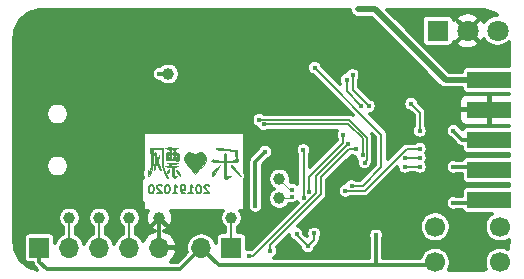
<source format=gbr>
G04 #@! TF.GenerationSoftware,KiCad,Pcbnew,(5.1.4)-1*
G04 #@! TF.CreationDate,2019-11-22T21:00:23+08:00*
G04 #@! TF.ProjectId,vllink_lite.r3,766c6c69-6e6b-45f6-9c69-74652e72332e,rev?*
G04 #@! TF.SameCoordinates,Original*
G04 #@! TF.FileFunction,Copper,L2,Bot*
G04 #@! TF.FilePolarity,Positive*
%FSLAX46Y46*%
G04 Gerber Fmt 4.6, Leading zero omitted, Abs format (unit mm)*
G04 Created by KiCad (PCBNEW (5.1.4)-1) date 2019-11-22 21:00:23*
%MOMM*%
%LPD*%
G04 APERTURE LIST*
%ADD10C,0.150000*%
%ADD11C,0.010000*%
%ADD12O,1.700000X1.700000*%
%ADD13R,1.700000X1.700000*%
%ADD14C,1.700000*%
%ADD15C,1.000000*%
%ADD16C,1.800000*%
%ADD17R,1.800000X1.800000*%
%ADD18R,3.800000X1.400000*%
%ADD19C,0.406400*%
%ADD20C,0.304800*%
%ADD21C,0.203200*%
%ADD22C,0.508000*%
%ADD23C,0.152400*%
%ADD24C,0.101600*%
G04 APERTURE END LIST*
D10*
X105784333Y-115126333D02*
X105751000Y-115093000D01*
X105684333Y-115059666D01*
X105517666Y-115059666D01*
X105451000Y-115093000D01*
X105417666Y-115126333D01*
X105384333Y-115193000D01*
X105384333Y-115259666D01*
X105417666Y-115359666D01*
X105817666Y-115759666D01*
X105384333Y-115759666D01*
X104951000Y-115059666D02*
X104884333Y-115059666D01*
X104817666Y-115093000D01*
X104784333Y-115126333D01*
X104751000Y-115193000D01*
X104717666Y-115326333D01*
X104717666Y-115493000D01*
X104751000Y-115626333D01*
X104784333Y-115693000D01*
X104817666Y-115726333D01*
X104884333Y-115759666D01*
X104951000Y-115759666D01*
X105017666Y-115726333D01*
X105051000Y-115693000D01*
X105084333Y-115626333D01*
X105117666Y-115493000D01*
X105117666Y-115326333D01*
X105084333Y-115193000D01*
X105051000Y-115126333D01*
X105017666Y-115093000D01*
X104951000Y-115059666D01*
X104051000Y-115759666D02*
X104451000Y-115759666D01*
X104251000Y-115759666D02*
X104251000Y-115059666D01*
X104317666Y-115159666D01*
X104384333Y-115226333D01*
X104451000Y-115259666D01*
X103717666Y-115759666D02*
X103584333Y-115759666D01*
X103517666Y-115726333D01*
X103484333Y-115693000D01*
X103417666Y-115593000D01*
X103384333Y-115459666D01*
X103384333Y-115193000D01*
X103417666Y-115126333D01*
X103451000Y-115093000D01*
X103517666Y-115059666D01*
X103651000Y-115059666D01*
X103717666Y-115093000D01*
X103751000Y-115126333D01*
X103784333Y-115193000D01*
X103784333Y-115359666D01*
X103751000Y-115426333D01*
X103717666Y-115459666D01*
X103651000Y-115493000D01*
X103517666Y-115493000D01*
X103451000Y-115459666D01*
X103417666Y-115426333D01*
X103384333Y-115359666D01*
X102717666Y-115759666D02*
X103117666Y-115759666D01*
X102917666Y-115759666D02*
X102917666Y-115059666D01*
X102984333Y-115159666D01*
X103051000Y-115226333D01*
X103117666Y-115259666D01*
X102284333Y-115059666D02*
X102217666Y-115059666D01*
X102151000Y-115093000D01*
X102117666Y-115126333D01*
X102084333Y-115193000D01*
X102051000Y-115326333D01*
X102051000Y-115493000D01*
X102084333Y-115626333D01*
X102117666Y-115693000D01*
X102151000Y-115726333D01*
X102217666Y-115759666D01*
X102284333Y-115759666D01*
X102351000Y-115726333D01*
X102384333Y-115693000D01*
X102417666Y-115626333D01*
X102451000Y-115493000D01*
X102451000Y-115326333D01*
X102417666Y-115193000D01*
X102384333Y-115126333D01*
X102351000Y-115093000D01*
X102284333Y-115059666D01*
X101784333Y-115126333D02*
X101751000Y-115093000D01*
X101684333Y-115059666D01*
X101517666Y-115059666D01*
X101451000Y-115093000D01*
X101417666Y-115126333D01*
X101384333Y-115193000D01*
X101384333Y-115259666D01*
X101417666Y-115359666D01*
X101817666Y-115759666D01*
X101384333Y-115759666D01*
X100951000Y-115059666D02*
X100884333Y-115059666D01*
X100817666Y-115093000D01*
X100784333Y-115126333D01*
X100751000Y-115193000D01*
X100717666Y-115326333D01*
X100717666Y-115493000D01*
X100751000Y-115626333D01*
X100784333Y-115693000D01*
X100817666Y-115726333D01*
X100884333Y-115759666D01*
X100951000Y-115759666D01*
X101017666Y-115726333D01*
X101051000Y-115693000D01*
X101084333Y-115626333D01*
X101117666Y-115493000D01*
X101117666Y-115326333D01*
X101084333Y-115193000D01*
X101051000Y-115126333D01*
X101017666Y-115093000D01*
X100951000Y-115059666D01*
D11*
G36*
X106364772Y-111946469D02*
G01*
X106358255Y-111953983D01*
X106349903Y-112006523D01*
X106439245Y-112047270D01*
X106648320Y-112081122D01*
X106999168Y-112112972D01*
X107110778Y-112121137D01*
X107952501Y-112180812D01*
X108003319Y-112488073D01*
X108044320Y-112771560D01*
X108029650Y-112926726D01*
X107931685Y-112992246D01*
X107722802Y-113006794D01*
X107632667Y-113007000D01*
X107209333Y-113007000D01*
X107209333Y-112661278D01*
X107189431Y-112426620D01*
X107127533Y-112347085D01*
X107104382Y-112350540D01*
X107035071Y-112457476D01*
X107025714Y-112690450D01*
X107026202Y-112696262D01*
X107052974Y-113007000D01*
X106682420Y-113007000D01*
X106434833Y-112988069D01*
X106257018Y-112940590D01*
X106223612Y-112918745D01*
X106111545Y-112889184D01*
X106026978Y-112961079D01*
X105987517Y-113030665D01*
X106033090Y-113070157D01*
X106192106Y-113087755D01*
X106479300Y-113091667D01*
X107040000Y-113091667D01*
X107040000Y-113758633D01*
X107052526Y-114154704D01*
X107092268Y-114403945D01*
X107159462Y-114524744D01*
X107279571Y-114578886D01*
X107337460Y-114529178D01*
X107458082Y-114423462D01*
X107577831Y-114361100D01*
X107679655Y-114311472D01*
X107640110Y-114289238D01*
X107484500Y-114282367D01*
X107209333Y-114277000D01*
X107209333Y-113079689D01*
X107696167Y-113099558D01*
X107963272Y-113101210D01*
X108151229Y-113084953D01*
X108210165Y-113062464D01*
X108215439Y-112953102D01*
X108200245Y-112731840D01*
X108179243Y-112540584D01*
X108121156Y-112075667D01*
X107726029Y-112075667D01*
X107398062Y-112052365D01*
X107030644Y-111993562D01*
X106889179Y-111961085D01*
X106615465Y-111899855D01*
X106455782Y-111895185D01*
X106364772Y-111946469D01*
X106364772Y-111946469D01*
G37*
X106364772Y-111946469D02*
X106358255Y-111953983D01*
X106349903Y-112006523D01*
X106439245Y-112047270D01*
X106648320Y-112081122D01*
X106999168Y-112112972D01*
X107110778Y-112121137D01*
X107952501Y-112180812D01*
X108003319Y-112488073D01*
X108044320Y-112771560D01*
X108029650Y-112926726D01*
X107931685Y-112992246D01*
X107722802Y-113006794D01*
X107632667Y-113007000D01*
X107209333Y-113007000D01*
X107209333Y-112661278D01*
X107189431Y-112426620D01*
X107127533Y-112347085D01*
X107104382Y-112350540D01*
X107035071Y-112457476D01*
X107025714Y-112690450D01*
X107026202Y-112696262D01*
X107052974Y-113007000D01*
X106682420Y-113007000D01*
X106434833Y-112988069D01*
X106257018Y-112940590D01*
X106223612Y-112918745D01*
X106111545Y-112889184D01*
X106026978Y-112961079D01*
X105987517Y-113030665D01*
X106033090Y-113070157D01*
X106192106Y-113087755D01*
X106479300Y-113091667D01*
X107040000Y-113091667D01*
X107040000Y-113758633D01*
X107052526Y-114154704D01*
X107092268Y-114403945D01*
X107159462Y-114524744D01*
X107279571Y-114578886D01*
X107337460Y-114529178D01*
X107458082Y-114423462D01*
X107577831Y-114361100D01*
X107679655Y-114311472D01*
X107640110Y-114289238D01*
X107484500Y-114282367D01*
X107209333Y-114277000D01*
X107209333Y-113079689D01*
X107696167Y-113099558D01*
X107963272Y-113101210D01*
X108151229Y-113084953D01*
X108210165Y-113062464D01*
X108215439Y-112953102D01*
X108200245Y-112731840D01*
X108179243Y-112540584D01*
X108121156Y-112075667D01*
X107726029Y-112075667D01*
X107398062Y-112052365D01*
X107030644Y-111993562D01*
X106889179Y-111961085D01*
X106615465Y-111899855D01*
X106455782Y-111895185D01*
X106364772Y-111946469D01*
G36*
X100844070Y-112765865D02*
G01*
X100850047Y-113155050D01*
X100844079Y-113501555D01*
X100827558Y-113756714D01*
X100813202Y-113845549D01*
X100766814Y-113992228D01*
X100727013Y-113985909D01*
X100686250Y-113896000D01*
X100641938Y-113823184D01*
X100618806Y-113894014D01*
X100611284Y-114062310D01*
X100614029Y-114269293D01*
X100643852Y-114334461D01*
X100717871Y-114285039D01*
X100738563Y-114264723D01*
X100877013Y-114031114D01*
X100969911Y-113649415D01*
X101018412Y-113113495D01*
X101026647Y-112731834D01*
X101028667Y-111991000D01*
X101773154Y-111991000D01*
X101783711Y-112814655D01*
X101830692Y-113472573D01*
X101953188Y-113980502D01*
X102151736Y-114340281D01*
X102260260Y-114449592D01*
X102289804Y-114440600D01*
X102242803Y-114314523D01*
X102151450Y-114138944D01*
X102044579Y-113929880D01*
X101973739Y-113727835D01*
X101929624Y-113486031D01*
X101902930Y-113157688D01*
X101888394Y-112816500D01*
X101856601Y-111906334D01*
X101336801Y-111906149D01*
X100817000Y-111905965D01*
X100844070Y-112765865D01*
X100844070Y-112765865D01*
G37*
X100844070Y-112765865D02*
X100850047Y-113155050D01*
X100844079Y-113501555D01*
X100827558Y-113756714D01*
X100813202Y-113845549D01*
X100766814Y-113992228D01*
X100727013Y-113985909D01*
X100686250Y-113896000D01*
X100641938Y-113823184D01*
X100618806Y-113894014D01*
X100611284Y-114062310D01*
X100614029Y-114269293D01*
X100643852Y-114334461D01*
X100717871Y-114285039D01*
X100738563Y-114264723D01*
X100877013Y-114031114D01*
X100969911Y-113649415D01*
X101018412Y-113113495D01*
X101026647Y-112731834D01*
X101028667Y-111991000D01*
X101773154Y-111991000D01*
X101783711Y-112814655D01*
X101830692Y-113472573D01*
X101953188Y-113980502D01*
X102151736Y-114340281D01*
X102260260Y-114449592D01*
X102289804Y-114440600D01*
X102242803Y-114314523D01*
X102151450Y-114138944D01*
X102044579Y-113929880D01*
X101973739Y-113727835D01*
X101929624Y-113486031D01*
X101902930Y-113157688D01*
X101888394Y-112816500D01*
X101856601Y-111906334D01*
X101336801Y-111906149D01*
X100817000Y-111905965D01*
X100844070Y-112765865D01*
G36*
X102214053Y-113422414D02*
G01*
X102083134Y-113444161D01*
X102073660Y-113451500D01*
X102120977Y-113492733D01*
X102287397Y-113514151D01*
X102336003Y-113515000D01*
X102637333Y-113515000D01*
X102637333Y-113980667D01*
X102654322Y-114277690D01*
X102714858Y-114424066D01*
X102833300Y-114435947D01*
X102976000Y-114361667D01*
X103053835Y-114296053D01*
X102973814Y-114278570D01*
X102954833Y-114278297D01*
X102860078Y-114243063D01*
X102815978Y-114113074D01*
X102806667Y-113901111D01*
X102813827Y-113668324D01*
X102861458Y-113554784D01*
X102988786Y-113510408D01*
X103124167Y-113495738D01*
X103208696Y-113478038D01*
X103134318Y-113457401D01*
X102911383Y-113435871D01*
X102777157Y-113427127D01*
X102459885Y-113416234D01*
X102214053Y-113422414D01*
X102214053Y-113422414D01*
G37*
X102214053Y-113422414D02*
X102083134Y-113444161D01*
X102073660Y-113451500D01*
X102120977Y-113492733D01*
X102287397Y-113514151D01*
X102336003Y-113515000D01*
X102637333Y-113515000D01*
X102637333Y-113980667D01*
X102654322Y-114277690D01*
X102714858Y-114424066D01*
X102833300Y-114435947D01*
X102976000Y-114361667D01*
X103053835Y-114296053D01*
X102973814Y-114278570D01*
X102954833Y-114278297D01*
X102860078Y-114243063D01*
X102815978Y-114113074D01*
X102806667Y-113901111D01*
X102813827Y-113668324D01*
X102861458Y-113554784D01*
X102988786Y-113510408D01*
X103124167Y-113495738D01*
X103208696Y-113478038D01*
X103134318Y-113457401D01*
X102911383Y-113435871D01*
X102777157Y-113427127D01*
X102459885Y-113416234D01*
X102214053Y-113422414D01*
G36*
X107635895Y-113386005D02*
G01*
X107617699Y-113470032D01*
X107723388Y-113633659D01*
X107899913Y-113827739D01*
X108132013Y-114053711D01*
X108315454Y-114210699D01*
X108433802Y-114290372D01*
X108470621Y-114284395D01*
X108409477Y-114184435D01*
X108259903Y-114010276D01*
X108057535Y-113779824D01*
X107895396Y-113577733D01*
X107826552Y-113477212D01*
X107713197Y-113374230D01*
X107635895Y-113386005D01*
X107635895Y-113386005D01*
G37*
X107635895Y-113386005D02*
X107617699Y-113470032D01*
X107723388Y-113633659D01*
X107899913Y-113827739D01*
X108132013Y-114053711D01*
X108315454Y-114210699D01*
X108433802Y-114290372D01*
X108470621Y-114284395D01*
X108409477Y-114184435D01*
X108259903Y-114010276D01*
X108057535Y-113779824D01*
X107895396Y-113577733D01*
X107826552Y-113477212D01*
X107713197Y-113374230D01*
X107635895Y-113386005D01*
G36*
X106461925Y-113590701D02*
G01*
X106229453Y-113796857D01*
X106081388Y-114011349D01*
X106039203Y-114195619D01*
X106077945Y-114280145D01*
X106171252Y-114275990D01*
X106291198Y-114109929D01*
X106303044Y-114087348D01*
X106446202Y-113832292D01*
X106592854Y-113603450D01*
X106594296Y-113601420D01*
X106743667Y-113391507D01*
X106461925Y-113590701D01*
X106461925Y-113590701D01*
G37*
X106461925Y-113590701D02*
X106229453Y-113796857D01*
X106081388Y-114011349D01*
X106039203Y-114195619D01*
X106077945Y-114280145D01*
X106171252Y-114275990D01*
X106291198Y-114109929D01*
X106303044Y-114087348D01*
X106446202Y-113832292D01*
X106592854Y-113603450D01*
X106594296Y-113601420D01*
X106743667Y-113391507D01*
X106461925Y-113590701D01*
G36*
X102977323Y-113822118D02*
G01*
X103063932Y-113960942D01*
X103116342Y-114023000D01*
X103266152Y-114182802D01*
X103363229Y-114270962D01*
X103375782Y-114277000D01*
X103360158Y-114213580D01*
X103278945Y-114057511D01*
X103258865Y-114023000D01*
X103129138Y-113851967D01*
X103010683Y-113770183D01*
X102999426Y-113769000D01*
X102977323Y-113822118D01*
X102977323Y-113822118D01*
G37*
X102977323Y-113822118D02*
X103063932Y-113960942D01*
X103116342Y-114023000D01*
X103266152Y-114182802D01*
X103363229Y-114270962D01*
X103375782Y-114277000D01*
X103360158Y-114213580D01*
X103278945Y-114057511D01*
X103258865Y-114023000D01*
X103129138Y-113851967D01*
X103010683Y-113770183D01*
X102999426Y-113769000D01*
X102977323Y-113822118D01*
G36*
X104997076Y-112266903D02*
G01*
X104823318Y-112354157D01*
X104639077Y-112443800D01*
X104506957Y-112439181D01*
X104372354Y-112363791D01*
X104121360Y-112274654D01*
X103908512Y-112345857D01*
X103756219Y-112569136D01*
X103746961Y-112594355D01*
X103711491Y-112890329D01*
X103815174Y-113201822D01*
X104065706Y-113546114D01*
X104260872Y-113748000D01*
X104633750Y-114108000D01*
X104980320Y-113748000D01*
X105260490Y-113432983D01*
X105427239Y-113175381D01*
X105503722Y-112932510D01*
X105516000Y-112760518D01*
X105455684Y-112513492D01*
X105293776Y-112357297D01*
X105128321Y-112265107D01*
X104997076Y-112266903D01*
X104997076Y-112266903D01*
G37*
X104997076Y-112266903D02*
X104823318Y-112354157D01*
X104639077Y-112443800D01*
X104506957Y-112439181D01*
X104372354Y-112363791D01*
X104121360Y-112274654D01*
X103908512Y-112345857D01*
X103756219Y-112569136D01*
X103746961Y-112594355D01*
X103711491Y-112890329D01*
X103815174Y-113201822D01*
X104065706Y-113546114D01*
X104260872Y-113748000D01*
X104633750Y-114108000D01*
X104980320Y-113748000D01*
X105260490Y-113432983D01*
X105427239Y-113175381D01*
X105503722Y-112932510D01*
X105516000Y-112760518D01*
X105455684Y-112513492D01*
X105293776Y-112357297D01*
X105128321Y-112265107D01*
X104997076Y-112266903D01*
G36*
X102369544Y-113731095D02*
G01*
X102284290Y-113839072D01*
X102232023Y-113974860D01*
X102234143Y-114041095D01*
X102291105Y-114067495D01*
X102376007Y-113952023D01*
X102442078Y-113793392D01*
X102444592Y-113717369D01*
X102369544Y-113731095D01*
X102369544Y-113731095D01*
G37*
X102369544Y-113731095D02*
X102284290Y-113839072D01*
X102232023Y-113974860D01*
X102234143Y-114041095D01*
X102291105Y-114067495D01*
X102376007Y-113952023D01*
X102442078Y-113793392D01*
X102444592Y-113717369D01*
X102369544Y-113731095D01*
G36*
X101189075Y-112304725D02*
G01*
X101163660Y-112425919D01*
X101190661Y-112638347D01*
X101207290Y-112705183D01*
X101255430Y-113012146D01*
X101205606Y-113235784D01*
X101136310Y-113483813D01*
X101122211Y-113667151D01*
X101133717Y-113788595D01*
X101162123Y-113773073D01*
X101219894Y-113608542D01*
X101235872Y-113557334D01*
X101340655Y-113218667D01*
X101480392Y-113488465D01*
X101598450Y-113684916D01*
X101702102Y-113808062D01*
X101711634Y-113814816D01*
X101730877Y-113782481D01*
X101679751Y-113637799D01*
X101619921Y-113512231D01*
X101503151Y-113227989D01*
X101484146Y-112975111D01*
X101558613Y-112670851D01*
X101573960Y-112626000D01*
X101588247Y-112553564D01*
X101529481Y-112631214D01*
X101507743Y-112667022D01*
X101382456Y-112877378D01*
X101321953Y-112554865D01*
X101268074Y-112368569D01*
X101207037Y-112296595D01*
X101189075Y-112304725D01*
X101189075Y-112304725D01*
G37*
X101189075Y-112304725D02*
X101163660Y-112425919D01*
X101190661Y-112638347D01*
X101207290Y-112705183D01*
X101255430Y-113012146D01*
X101205606Y-113235784D01*
X101136310Y-113483813D01*
X101122211Y-113667151D01*
X101133717Y-113788595D01*
X101162123Y-113773073D01*
X101219894Y-113608542D01*
X101235872Y-113557334D01*
X101340655Y-113218667D01*
X101480392Y-113488465D01*
X101598450Y-113684916D01*
X101702102Y-113808062D01*
X101711634Y-113814816D01*
X101730877Y-113782481D01*
X101679751Y-113637799D01*
X101619921Y-113512231D01*
X101503151Y-113227989D01*
X101484146Y-112975111D01*
X101558613Y-112670851D01*
X101573960Y-112626000D01*
X101588247Y-112553564D01*
X101529481Y-112631214D01*
X101507743Y-112667022D01*
X101382456Y-112877378D01*
X101321953Y-112554865D01*
X101268074Y-112368569D01*
X101207037Y-112296595D01*
X101189075Y-112304725D01*
G36*
X102358485Y-113174728D02*
G01*
X102245989Y-113200855D01*
X102244977Y-113201801D01*
X102288653Y-113233052D01*
X102461915Y-113254505D01*
X102679667Y-113261000D01*
X102936203Y-113255659D01*
X103101241Y-113241790D01*
X103138278Y-113226149D01*
X103027339Y-113193543D01*
X102815901Y-113172892D01*
X102570702Y-113166014D01*
X102358485Y-113174728D01*
X102358485Y-113174728D01*
G37*
X102358485Y-113174728D02*
X102245989Y-113200855D01*
X102244977Y-113201801D01*
X102288653Y-113233052D01*
X102461915Y-113254505D01*
X102679667Y-113261000D01*
X102936203Y-113255659D01*
X103101241Y-113241790D01*
X103138278Y-113226149D01*
X103027339Y-113193543D01*
X102815901Y-113172892D01*
X102570702Y-113166014D01*
X102358485Y-113174728D01*
G36*
X102194338Y-111899193D02*
G01*
X102077888Y-111923173D01*
X102073672Y-111927500D01*
X102115154Y-111974176D01*
X102251337Y-111991000D01*
X102418896Y-112027902D01*
X102467956Y-112159293D01*
X102468000Y-112165655D01*
X102422235Y-112300115D01*
X102311644Y-112313822D01*
X102203024Y-112306383D01*
X102149259Y-112359360D01*
X102131124Y-112513294D01*
X102129333Y-112698238D01*
X102129333Y-112982143D01*
X102552229Y-112941508D01*
X102882475Y-112937381D01*
X103088250Y-112996017D01*
X103102563Y-113006637D01*
X103179878Y-113049329D01*
X103217858Y-112989573D01*
X103229619Y-112797974D01*
X103230000Y-112721034D01*
X103225886Y-112626000D01*
X103060667Y-112626000D01*
X103031684Y-112785115D01*
X102976000Y-112837667D01*
X102912354Y-112765211D01*
X102891333Y-112626000D01*
X102806667Y-112626000D01*
X102762506Y-112796239D01*
X102679667Y-112837667D01*
X102577524Y-112764066D01*
X102552667Y-112626000D01*
X102468000Y-112626000D01*
X102439018Y-112785115D01*
X102383333Y-112837667D01*
X102319688Y-112765211D01*
X102298667Y-112626000D01*
X102327649Y-112466885D01*
X102383333Y-112414334D01*
X102446979Y-112486790D01*
X102468000Y-112626000D01*
X102552667Y-112626000D01*
X102596827Y-112455762D01*
X102679667Y-112414334D01*
X102781810Y-112487934D01*
X102806667Y-112626000D01*
X102891333Y-112626000D01*
X102920316Y-112466885D01*
X102976000Y-112414334D01*
X103039646Y-112486790D01*
X103060667Y-112626000D01*
X103225886Y-112626000D01*
X103219522Y-112479002D01*
X103175760Y-112362922D01*
X103080226Y-112330060D01*
X103060667Y-112329667D01*
X102915272Y-112280039D01*
X102882193Y-112167548D01*
X102886349Y-112160334D01*
X102806667Y-112160334D01*
X102753727Y-112298238D01*
X102679667Y-112329667D01*
X102576239Y-112259081D01*
X102552667Y-112160334D01*
X102605606Y-112022429D01*
X102679667Y-111991000D01*
X102783095Y-112061586D01*
X102806667Y-112160334D01*
X102886349Y-112160334D01*
X102951768Y-112046786D01*
X103114334Y-111972342D01*
X103124167Y-111970890D01*
X103160588Y-111951935D01*
X103051027Y-111929364D01*
X102818661Y-111907291D01*
X102734836Y-111901766D01*
X102428367Y-111891472D01*
X102194338Y-111899193D01*
X102194338Y-111899193D01*
G37*
X102194338Y-111899193D02*
X102077888Y-111923173D01*
X102073672Y-111927500D01*
X102115154Y-111974176D01*
X102251337Y-111991000D01*
X102418896Y-112027902D01*
X102467956Y-112159293D01*
X102468000Y-112165655D01*
X102422235Y-112300115D01*
X102311644Y-112313822D01*
X102203024Y-112306383D01*
X102149259Y-112359360D01*
X102131124Y-112513294D01*
X102129333Y-112698238D01*
X102129333Y-112982143D01*
X102552229Y-112941508D01*
X102882475Y-112937381D01*
X103088250Y-112996017D01*
X103102563Y-113006637D01*
X103179878Y-113049329D01*
X103217858Y-112989573D01*
X103229619Y-112797974D01*
X103230000Y-112721034D01*
X103225886Y-112626000D01*
X103060667Y-112626000D01*
X103031684Y-112785115D01*
X102976000Y-112837667D01*
X102912354Y-112765211D01*
X102891333Y-112626000D01*
X102806667Y-112626000D01*
X102762506Y-112796239D01*
X102679667Y-112837667D01*
X102577524Y-112764066D01*
X102552667Y-112626000D01*
X102468000Y-112626000D01*
X102439018Y-112785115D01*
X102383333Y-112837667D01*
X102319688Y-112765211D01*
X102298667Y-112626000D01*
X102327649Y-112466885D01*
X102383333Y-112414334D01*
X102446979Y-112486790D01*
X102468000Y-112626000D01*
X102552667Y-112626000D01*
X102596827Y-112455762D01*
X102679667Y-112414334D01*
X102781810Y-112487934D01*
X102806667Y-112626000D01*
X102891333Y-112626000D01*
X102920316Y-112466885D01*
X102976000Y-112414334D01*
X103039646Y-112486790D01*
X103060667Y-112626000D01*
X103225886Y-112626000D01*
X103219522Y-112479002D01*
X103175760Y-112362922D01*
X103080226Y-112330060D01*
X103060667Y-112329667D01*
X102915272Y-112280039D01*
X102882193Y-112167548D01*
X102886349Y-112160334D01*
X102806667Y-112160334D01*
X102753727Y-112298238D01*
X102679667Y-112329667D01*
X102576239Y-112259081D01*
X102552667Y-112160334D01*
X102605606Y-112022429D01*
X102679667Y-111991000D01*
X102783095Y-112061586D01*
X102806667Y-112160334D01*
X102886349Y-112160334D01*
X102951768Y-112046786D01*
X103114334Y-111972342D01*
X103124167Y-111970890D01*
X103160588Y-111951935D01*
X103051027Y-111929364D01*
X102818661Y-111907291D01*
X102734836Y-111901766D01*
X102428367Y-111891472D01*
X102194338Y-111899193D01*
D12*
X101600000Y-120396000D03*
X99060000Y-120396000D03*
X96520000Y-120396000D03*
X93980000Y-120396000D03*
D13*
X91440000Y-120396000D03*
D14*
X130442000Y-118614000D03*
X130442000Y-121614000D03*
X124942000Y-118614000D03*
X124942000Y-121614000D03*
D12*
X105156000Y-120396000D03*
D13*
X107696000Y-120396000D03*
D15*
X111760000Y-116205000D03*
X111760000Y-114554000D03*
X107696000Y-117856000D03*
X101600000Y-117856000D03*
X99060000Y-117856000D03*
X96520000Y-117856000D03*
X93980000Y-117856000D03*
X102362000Y-105664000D03*
D16*
X130232000Y-102014000D03*
X127692000Y-102014000D03*
D17*
X125152000Y-102014000D03*
D18*
X129540000Y-116332000D03*
X129540000Y-113792000D03*
X129540000Y-111252000D03*
X129540000Y-108712000D03*
X129540000Y-106172000D03*
D19*
X116586000Y-114300000D03*
X114808000Y-112776000D03*
X113690400Y-108407200D03*
X115824000Y-107594400D03*
X108813600Y-108204000D03*
X109728000Y-110642400D03*
X99314000Y-112877600D03*
X109321600Y-120446800D03*
X125374400Y-103987600D03*
X122834400Y-104749600D03*
X114604800Y-101346000D03*
X118262400Y-119227600D03*
X110693200Y-114604800D03*
X98221900Y-100558500D03*
X96139100Y-100558500D03*
X94538800Y-103886000D03*
X101600000Y-105664000D03*
X119278400Y-100203000D03*
X118440200Y-100203000D03*
X110540800Y-112268000D03*
X119938800Y-119329200D03*
X109728000Y-116840000D03*
X126492000Y-116586000D03*
X126492000Y-113538000D03*
X126492000Y-110490000D03*
X117449600Y-106172000D03*
X118694116Y-108381800D03*
X117552500Y-111627500D03*
X109219994Y-121107200D03*
X119329200Y-108381800D03*
X117957600Y-105765600D03*
X118273200Y-112054000D03*
X110998000Y-120650000D03*
X113786500Y-112121100D03*
X113817400Y-116149110D03*
X118789200Y-112554000D03*
X110413800Y-109931200D03*
X118960900Y-113169700D03*
X110058200Y-109550200D03*
X114294500Y-115702500D03*
X117170200Y-110794800D03*
X122910600Y-108204000D03*
X123647200Y-110490000D03*
X117348000Y-115570000D03*
X123647200Y-112014000D03*
X123647200Y-113538000D03*
X122402600Y-113538000D03*
X114701000Y-119171404D03*
X113201000Y-119209000D03*
X114173000Y-120243600D03*
X123647200Y-112776000D03*
X122402600Y-112776000D03*
X112852200Y-115468400D03*
X112801400Y-116048802D03*
X114731800Y-105130600D03*
X117861500Y-115158100D03*
D20*
X101600000Y-117856000D02*
X101600000Y-120396000D01*
D21*
X109321600Y-120446800D02*
X109118400Y-120243600D01*
X109118400Y-120243600D02*
X109118400Y-119938800D01*
D20*
X102362000Y-105664000D02*
X101600000Y-105664000D01*
X105156000Y-120396000D02*
X103378000Y-122174000D01*
X91440000Y-121550800D02*
X91440000Y-120396000D01*
X92063200Y-122174000D02*
X91440000Y-121550800D01*
X103378000Y-122174000D02*
X92063200Y-122174000D01*
D22*
X118440200Y-100203000D02*
X119862600Y-100203000D01*
X125831600Y-106172000D02*
X129540000Y-106172000D01*
X119862600Y-100203000D02*
X125831600Y-106172000D01*
D20*
X124712200Y-121843800D02*
X124942000Y-121614000D01*
X105156000Y-120396000D02*
X106603800Y-121843800D01*
X119938800Y-121843800D02*
X119938800Y-119329200D01*
X119938800Y-121843800D02*
X124712200Y-121843800D01*
X106603800Y-121843800D02*
X119938800Y-121843800D01*
X109728000Y-113080800D02*
X109728000Y-116840000D01*
X110540800Y-112268000D02*
X109728000Y-113080800D01*
D23*
X99060000Y-117856000D02*
X99060000Y-120396000D01*
D20*
X129286000Y-116586000D02*
X129540000Y-116332000D01*
X126492000Y-116586000D02*
X129286000Y-116586000D01*
X129286000Y-113538000D02*
X129540000Y-113792000D01*
X126492000Y-113538000D02*
X129286000Y-113538000D01*
X126492000Y-110490000D02*
X127254000Y-111252000D01*
X127254000Y-111252000D02*
X129540000Y-111252000D01*
D23*
X96520000Y-117856000D02*
X96520000Y-120396000D01*
X117449600Y-107137284D02*
X118694116Y-108381800D01*
X117449600Y-106172000D02*
X117449600Y-107137284D01*
X117552500Y-111627500D02*
X114833400Y-114346600D01*
X114833400Y-114346600D02*
X114833400Y-115781162D01*
X109507362Y-121107200D02*
X109219994Y-121107200D01*
X114833400Y-115781162D02*
X109507362Y-121107200D01*
X93980000Y-118563106D02*
X93980000Y-120396000D01*
X93980000Y-117856000D02*
X93980000Y-118563106D01*
X117957600Y-107010200D02*
X117957600Y-105765600D01*
X119329200Y-108381800D02*
X117957600Y-107010200D01*
X110998000Y-120116600D02*
X110998000Y-120650000D01*
X115265200Y-115849400D02*
X110998000Y-120116600D01*
X115265200Y-114427000D02*
X115265200Y-115849400D01*
X118273200Y-112054000D02*
X117638200Y-112054000D01*
X117638200Y-112054000D02*
X115265200Y-114427000D01*
X113786500Y-112121100D02*
X113817400Y-112152000D01*
X113817400Y-112152000D02*
X113817400Y-116149110D01*
X107696000Y-118563106D02*
X107696000Y-120396000D01*
X107696000Y-117856000D02*
X107696000Y-118563106D01*
X110701168Y-109931200D02*
X110413800Y-109931200D01*
X117602000Y-109931200D02*
X110701168Y-109931200D01*
X118789200Y-111118400D02*
X117602000Y-109931200D01*
X118789200Y-112554000D02*
X118789200Y-111118400D01*
X118960900Y-113169700D02*
X119176800Y-112953800D01*
X119176800Y-112953800D02*
X119176800Y-111074200D01*
X117652800Y-109550200D02*
X110345568Y-109550200D01*
X110345568Y-109550200D02*
X110058200Y-109550200D01*
X119176800Y-111074200D02*
X117652800Y-109550200D01*
X123647200Y-108940600D02*
X122910600Y-108204000D01*
X123647200Y-110490000D02*
X123647200Y-108940600D01*
X117170200Y-111480600D02*
X117170200Y-110794800D01*
X114294500Y-115702500D02*
X114294500Y-114356300D01*
X114294500Y-114356300D02*
X117170200Y-111480600D01*
X122529600Y-112014000D02*
X123647200Y-112014000D01*
X117348000Y-115570000D02*
X118973600Y-115570000D01*
X118973600Y-115570000D02*
X122529600Y-112014000D01*
X123647200Y-113538000D02*
X122402600Y-113538000D01*
X114701000Y-119715600D02*
X114173000Y-120243600D01*
X114701000Y-119171404D02*
X114701000Y-119715600D01*
X113201000Y-119271600D02*
X114173000Y-120243600D01*
X113201000Y-119209000D02*
X113201000Y-119271600D01*
X123647200Y-112776000D02*
X122402600Y-112776000D01*
D24*
X112674400Y-115468400D02*
X112852200Y-115468400D01*
X111760000Y-114554000D02*
X112674400Y-115468400D01*
X112645202Y-116205000D02*
X112801400Y-116048802D01*
X111760000Y-116205000D02*
X112645202Y-116205000D01*
D23*
X118801300Y-115158100D02*
X117861500Y-115158100D01*
X120396000Y-113563400D02*
X118801300Y-115158100D01*
X114731800Y-105130600D02*
X120396000Y-110794800D01*
X120396000Y-110794800D02*
X120396000Y-113563400D01*
D20*
G36*
X117739291Y-100342420D02*
G01*
X117779958Y-100476481D01*
X117845998Y-100600033D01*
X117934873Y-100708327D01*
X118043167Y-100797202D01*
X118166719Y-100863242D01*
X118300780Y-100903909D01*
X118405264Y-100914200D01*
X119568013Y-100914200D01*
X125304003Y-106650191D01*
X125326273Y-106677327D01*
X125353409Y-106699597D01*
X125434567Y-106766202D01*
X125558118Y-106832242D01*
X125689183Y-106872000D01*
X125692180Y-106872909D01*
X125796664Y-106883200D01*
X125796671Y-106883200D01*
X125831600Y-106886640D01*
X125866528Y-106883200D01*
X127181691Y-106883200D01*
X127189415Y-106961627D01*
X127215559Y-107047809D01*
X127258013Y-107127236D01*
X127315147Y-107196853D01*
X127384764Y-107253987D01*
X127464191Y-107296441D01*
X127550373Y-107322585D01*
X127640000Y-107331412D01*
X131165600Y-107331412D01*
X131165600Y-107348922D01*
X129743200Y-107351600D01*
X129578100Y-107516700D01*
X129578100Y-108673900D01*
X129598100Y-108673900D01*
X129598100Y-108750100D01*
X129578100Y-108750100D01*
X129578100Y-109907300D01*
X129743200Y-110072400D01*
X131165600Y-110075078D01*
X131165600Y-110092588D01*
X127640000Y-110092588D01*
X127550373Y-110101415D01*
X127464191Y-110127559D01*
X127384764Y-110170013D01*
X127315147Y-110227147D01*
X127258013Y-110296764D01*
X127224175Y-110360072D01*
X127102661Y-110238558D01*
X127077239Y-110177183D01*
X127004966Y-110069020D01*
X126912980Y-109977034D01*
X126804817Y-109904761D01*
X126684631Y-109854979D01*
X126557044Y-109829600D01*
X126426956Y-109829600D01*
X126299369Y-109854979D01*
X126179183Y-109904761D01*
X126071020Y-109977034D01*
X125979034Y-110069020D01*
X125906761Y-110177183D01*
X125856979Y-110297369D01*
X125831600Y-110424956D01*
X125831600Y-110555044D01*
X125856979Y-110682631D01*
X125906761Y-110802817D01*
X125979034Y-110910980D01*
X126071020Y-111002966D01*
X126179183Y-111075239D01*
X126240558Y-111100661D01*
X126801769Y-111661873D01*
X126820862Y-111685138D01*
X126913686Y-111761316D01*
X126958430Y-111785232D01*
X127019587Y-111817921D01*
X127134497Y-111852779D01*
X127180588Y-111857319D01*
X127180588Y-111952000D01*
X127189415Y-112041627D01*
X127215559Y-112127809D01*
X127258013Y-112207236D01*
X127315147Y-112276853D01*
X127384764Y-112333987D01*
X127464191Y-112376441D01*
X127550373Y-112402585D01*
X127640000Y-112411412D01*
X131165600Y-112411412D01*
X131165600Y-112632588D01*
X127640000Y-112632588D01*
X127550373Y-112641415D01*
X127464191Y-112667559D01*
X127384764Y-112710013D01*
X127315147Y-112767147D01*
X127258013Y-112836764D01*
X127215559Y-112916191D01*
X127211855Y-112928400D01*
X126746004Y-112928400D01*
X126684631Y-112902979D01*
X126557044Y-112877600D01*
X126426956Y-112877600D01*
X126299369Y-112902979D01*
X126179183Y-112952761D01*
X126071020Y-113025034D01*
X125979034Y-113117020D01*
X125906761Y-113225183D01*
X125856979Y-113345369D01*
X125831600Y-113472956D01*
X125831600Y-113603044D01*
X125856979Y-113730631D01*
X125906761Y-113850817D01*
X125979034Y-113958980D01*
X126071020Y-114050966D01*
X126179183Y-114123239D01*
X126299369Y-114173021D01*
X126426956Y-114198400D01*
X126557044Y-114198400D01*
X126684631Y-114173021D01*
X126746004Y-114147600D01*
X127180588Y-114147600D01*
X127180588Y-114492000D01*
X127189415Y-114581627D01*
X127215559Y-114667809D01*
X127258013Y-114747236D01*
X127315147Y-114816853D01*
X127384764Y-114873987D01*
X127464191Y-114916441D01*
X127550373Y-114942585D01*
X127640000Y-114951412D01*
X131165600Y-114951412D01*
X131165600Y-115172588D01*
X127640000Y-115172588D01*
X127550373Y-115181415D01*
X127464191Y-115207559D01*
X127384764Y-115250013D01*
X127315147Y-115307147D01*
X127258013Y-115376764D01*
X127215559Y-115456191D01*
X127189415Y-115542373D01*
X127180588Y-115632000D01*
X127180588Y-115976400D01*
X126746004Y-115976400D01*
X126684631Y-115950979D01*
X126557044Y-115925600D01*
X126426956Y-115925600D01*
X126299369Y-115950979D01*
X126179183Y-116000761D01*
X126071020Y-116073034D01*
X125979034Y-116165020D01*
X125906761Y-116273183D01*
X125856979Y-116393369D01*
X125831600Y-116520956D01*
X125831600Y-116651044D01*
X125856979Y-116778631D01*
X125906761Y-116898817D01*
X125979034Y-117006980D01*
X126071020Y-117098966D01*
X126179183Y-117171239D01*
X126299369Y-117221021D01*
X126426956Y-117246400D01*
X126557044Y-117246400D01*
X126684631Y-117221021D01*
X126746004Y-117195600D01*
X127211855Y-117195600D01*
X127215559Y-117207809D01*
X127258013Y-117287236D01*
X127315147Y-117356853D01*
X127384764Y-117413987D01*
X127464191Y-117456441D01*
X127550373Y-117482585D01*
X127640000Y-117491412D01*
X129769174Y-117491412D01*
X129608709Y-117598631D01*
X129426631Y-117780709D01*
X129283574Y-117994809D01*
X129185035Y-118232704D01*
X129134800Y-118485252D01*
X129134800Y-118742748D01*
X129185035Y-118995296D01*
X129283574Y-119233191D01*
X129426631Y-119447291D01*
X129608709Y-119629369D01*
X129822809Y-119772426D01*
X130060704Y-119870965D01*
X130313252Y-119921200D01*
X130570748Y-119921200D01*
X130823296Y-119870965D01*
X131061191Y-119772426D01*
X131165600Y-119702662D01*
X131165600Y-119883395D01*
X131147916Y-120175757D01*
X131095949Y-120459328D01*
X131090927Y-120475443D01*
X131061191Y-120455574D01*
X130823296Y-120357035D01*
X130570748Y-120306800D01*
X130313252Y-120306800D01*
X130060704Y-120357035D01*
X129822809Y-120455574D01*
X129608709Y-120598631D01*
X129426631Y-120780709D01*
X129283574Y-120994809D01*
X129185035Y-121232704D01*
X129134800Y-121485252D01*
X129134800Y-121742748D01*
X129185035Y-121995296D01*
X129277725Y-122219071D01*
X129065757Y-122257916D01*
X128773395Y-122275600D01*
X126072089Y-122275600D01*
X126100426Y-122233191D01*
X126198965Y-121995296D01*
X126249200Y-121742748D01*
X126249200Y-121485252D01*
X126198965Y-121232704D01*
X126100426Y-120994809D01*
X125957369Y-120780709D01*
X125775291Y-120598631D01*
X125561191Y-120455574D01*
X125323296Y-120357035D01*
X125070748Y-120306800D01*
X124813252Y-120306800D01*
X124560704Y-120357035D01*
X124322809Y-120455574D01*
X124108709Y-120598631D01*
X123926631Y-120780709D01*
X123783574Y-120994809D01*
X123685035Y-121232704D01*
X123684737Y-121234200D01*
X120548400Y-121234200D01*
X120548400Y-119583204D01*
X120573821Y-119521831D01*
X120599200Y-119394244D01*
X120599200Y-119264156D01*
X120573821Y-119136569D01*
X120524039Y-119016383D01*
X120451766Y-118908220D01*
X120359780Y-118816234D01*
X120251617Y-118743961D01*
X120131431Y-118694179D01*
X120003844Y-118668800D01*
X119873756Y-118668800D01*
X119746169Y-118694179D01*
X119625983Y-118743961D01*
X119517820Y-118816234D01*
X119425834Y-118908220D01*
X119353561Y-119016383D01*
X119303779Y-119136569D01*
X119278400Y-119264156D01*
X119278400Y-119394244D01*
X119303779Y-119521831D01*
X119329201Y-119583206D01*
X119329200Y-121234200D01*
X111312372Y-121234200D01*
X111418980Y-121162966D01*
X111510966Y-121070980D01*
X111583239Y-120962817D01*
X111633021Y-120842631D01*
X111658400Y-120715044D01*
X111658400Y-120584956D01*
X111633021Y-120457369D01*
X111583239Y-120337183D01*
X111562618Y-120306323D01*
X112549609Y-119319333D01*
X112565979Y-119401631D01*
X112615761Y-119521817D01*
X112688034Y-119629980D01*
X112780020Y-119721966D01*
X112888183Y-119794239D01*
X113008369Y-119844021D01*
X113021740Y-119846681D01*
X113519775Y-120344716D01*
X113537979Y-120436231D01*
X113587761Y-120556417D01*
X113660034Y-120664580D01*
X113752020Y-120756566D01*
X113860183Y-120828839D01*
X113980369Y-120878621D01*
X114107956Y-120904000D01*
X114238044Y-120904000D01*
X114365631Y-120878621D01*
X114485817Y-120828839D01*
X114593980Y-120756566D01*
X114685966Y-120664580D01*
X114758239Y-120556417D01*
X114808021Y-120436231D01*
X114826225Y-120344716D01*
X115059645Y-120111296D01*
X115079995Y-120094595D01*
X115146651Y-120013375D01*
X115196181Y-119920711D01*
X115226681Y-119820165D01*
X115234400Y-119741795D01*
X115234400Y-119741794D01*
X115236980Y-119715600D01*
X115234400Y-119689406D01*
X115234400Y-119561803D01*
X115286239Y-119484221D01*
X115336021Y-119364035D01*
X115361400Y-119236448D01*
X115361400Y-119106360D01*
X115336021Y-118978773D01*
X115286239Y-118858587D01*
X115213966Y-118750424D01*
X115121980Y-118658438D01*
X115013817Y-118586165D01*
X114893631Y-118536383D01*
X114766044Y-118511004D01*
X114635956Y-118511004D01*
X114508369Y-118536383D01*
X114388183Y-118586165D01*
X114280020Y-118658438D01*
X114188034Y-118750424D01*
X114115761Y-118858587D01*
X114065979Y-118978773D01*
X114040600Y-119106360D01*
X114040600Y-119236448D01*
X114065979Y-119364035D01*
X114078850Y-119395109D01*
X113861400Y-119177659D01*
X113861400Y-119143956D01*
X113836021Y-119016369D01*
X113786239Y-118896183D01*
X113713966Y-118788020D01*
X113621980Y-118696034D01*
X113513817Y-118623761D01*
X113393631Y-118573979D01*
X113311333Y-118557609D01*
X113383690Y-118485252D01*
X123634800Y-118485252D01*
X123634800Y-118742748D01*
X123685035Y-118995296D01*
X123783574Y-119233191D01*
X123926631Y-119447291D01*
X124108709Y-119629369D01*
X124322809Y-119772426D01*
X124560704Y-119870965D01*
X124813252Y-119921200D01*
X125070748Y-119921200D01*
X125323296Y-119870965D01*
X125561191Y-119772426D01*
X125775291Y-119629369D01*
X125957369Y-119447291D01*
X126100426Y-119233191D01*
X126198965Y-118995296D01*
X126249200Y-118742748D01*
X126249200Y-118485252D01*
X126198965Y-118232704D01*
X126100426Y-117994809D01*
X125957369Y-117780709D01*
X125775291Y-117598631D01*
X125561191Y-117455574D01*
X125323296Y-117357035D01*
X125070748Y-117306800D01*
X124813252Y-117306800D01*
X124560704Y-117357035D01*
X124322809Y-117455574D01*
X124108709Y-117598631D01*
X123926631Y-117780709D01*
X123783574Y-117994809D01*
X123685035Y-118232704D01*
X123634800Y-118485252D01*
X113383690Y-118485252D01*
X115623851Y-116245091D01*
X115644195Y-116228395D01*
X115710851Y-116147175D01*
X115760381Y-116054511D01*
X115790881Y-115953965D01*
X115798600Y-115875595D01*
X115798600Y-115875588D01*
X115801179Y-115849401D01*
X115798600Y-115823214D01*
X115798600Y-114647941D01*
X117859141Y-112587400D01*
X117882801Y-112587400D01*
X117960383Y-112639239D01*
X118080569Y-112689021D01*
X118145280Y-112701893D01*
X118154179Y-112746631D01*
X118203961Y-112866817D01*
X118276234Y-112974980D01*
X118317989Y-113016735D01*
X118300500Y-113104656D01*
X118300500Y-113234744D01*
X118325879Y-113362331D01*
X118375661Y-113482517D01*
X118447934Y-113590680D01*
X118539920Y-113682666D01*
X118648083Y-113754939D01*
X118768269Y-113804721D01*
X118895856Y-113830100D01*
X119025944Y-113830100D01*
X119153531Y-113804721D01*
X119273717Y-113754939D01*
X119381880Y-113682666D01*
X119473866Y-113590680D01*
X119546139Y-113482517D01*
X119595921Y-113362331D01*
X119616513Y-113258811D01*
X119622451Y-113251575D01*
X119671981Y-113158911D01*
X119702481Y-113058365D01*
X119710200Y-112979995D01*
X119710200Y-112979994D01*
X119712780Y-112953800D01*
X119710200Y-112927606D01*
X119710200Y-111100386D01*
X119712779Y-111074199D01*
X119710200Y-111048012D01*
X119710200Y-111048005D01*
X119702481Y-110969635D01*
X119671981Y-110869089D01*
X119622451Y-110776425D01*
X119618643Y-110771785D01*
X119862600Y-111015742D01*
X119862601Y-113342457D01*
X118580359Y-114624700D01*
X118251899Y-114624700D01*
X118174317Y-114572861D01*
X118054131Y-114523079D01*
X117926544Y-114497700D01*
X117796456Y-114497700D01*
X117668869Y-114523079D01*
X117548683Y-114572861D01*
X117440520Y-114645134D01*
X117348534Y-114737120D01*
X117276261Y-114845283D01*
X117246627Y-114916826D01*
X117155369Y-114934979D01*
X117035183Y-114984761D01*
X116927020Y-115057034D01*
X116835034Y-115149020D01*
X116762761Y-115257183D01*
X116712979Y-115377369D01*
X116687600Y-115504956D01*
X116687600Y-115635044D01*
X116712979Y-115762631D01*
X116762761Y-115882817D01*
X116835034Y-115990980D01*
X116927020Y-116082966D01*
X117035183Y-116155239D01*
X117155369Y-116205021D01*
X117282956Y-116230400D01*
X117413044Y-116230400D01*
X117540631Y-116205021D01*
X117660817Y-116155239D01*
X117738399Y-116103400D01*
X118947413Y-116103400D01*
X118973600Y-116105979D01*
X118999787Y-116103400D01*
X118999795Y-116103400D01*
X119078165Y-116095681D01*
X119178711Y-116065181D01*
X119271375Y-116015651D01*
X119352595Y-115948995D01*
X119369296Y-115928645D01*
X121742200Y-113555742D01*
X121742200Y-113603044D01*
X121767579Y-113730631D01*
X121817361Y-113850817D01*
X121889634Y-113958980D01*
X121981620Y-114050966D01*
X122089783Y-114123239D01*
X122209969Y-114173021D01*
X122337556Y-114198400D01*
X122467644Y-114198400D01*
X122595231Y-114173021D01*
X122715417Y-114123239D01*
X122792999Y-114071400D01*
X123256801Y-114071400D01*
X123334383Y-114123239D01*
X123454569Y-114173021D01*
X123582156Y-114198400D01*
X123712244Y-114198400D01*
X123839831Y-114173021D01*
X123960017Y-114123239D01*
X124068180Y-114050966D01*
X124160166Y-113958980D01*
X124232439Y-113850817D01*
X124282221Y-113730631D01*
X124307600Y-113603044D01*
X124307600Y-113472956D01*
X124282221Y-113345369D01*
X124232439Y-113225183D01*
X124186880Y-113157000D01*
X124232439Y-113088817D01*
X124282221Y-112968631D01*
X124307600Y-112841044D01*
X124307600Y-112710956D01*
X124282221Y-112583369D01*
X124232439Y-112463183D01*
X124186880Y-112395000D01*
X124232439Y-112326817D01*
X124282221Y-112206631D01*
X124307600Y-112079044D01*
X124307600Y-111948956D01*
X124282221Y-111821369D01*
X124232439Y-111701183D01*
X124160166Y-111593020D01*
X124068180Y-111501034D01*
X123960017Y-111428761D01*
X123839831Y-111378979D01*
X123712244Y-111353600D01*
X123582156Y-111353600D01*
X123454569Y-111378979D01*
X123334383Y-111428761D01*
X123256801Y-111480600D01*
X122555786Y-111480600D01*
X122529599Y-111478021D01*
X122503412Y-111480600D01*
X122503405Y-111480600D01*
X122425035Y-111488319D01*
X122324489Y-111518819D01*
X122231825Y-111568349D01*
X122188922Y-111603559D01*
X122171020Y-111618251D01*
X122150605Y-111635005D01*
X122133909Y-111655349D01*
X120929400Y-112859858D01*
X120929400Y-110820986D01*
X120931979Y-110794799D01*
X120929400Y-110768612D01*
X120929400Y-110768605D01*
X120921681Y-110690235D01*
X120891181Y-110589689D01*
X120841651Y-110497025D01*
X120804698Y-110451998D01*
X120791693Y-110436151D01*
X120791691Y-110436149D01*
X120774995Y-110415805D01*
X120754651Y-110399109D01*
X119397161Y-109041620D01*
X119521831Y-109016821D01*
X119642017Y-108967039D01*
X119750180Y-108894766D01*
X119842166Y-108802780D01*
X119914439Y-108694617D01*
X119964221Y-108574431D01*
X119989600Y-108446844D01*
X119989600Y-108316756D01*
X119964221Y-108189169D01*
X119943423Y-108138956D01*
X122250200Y-108138956D01*
X122250200Y-108269044D01*
X122275579Y-108396631D01*
X122325361Y-108516817D01*
X122397634Y-108624980D01*
X122489620Y-108716966D01*
X122597783Y-108789239D01*
X122717969Y-108839021D01*
X122809484Y-108857225D01*
X123113801Y-109161542D01*
X123113800Y-110099601D01*
X123061961Y-110177183D01*
X123012179Y-110297369D01*
X122986800Y-110424956D01*
X122986800Y-110555044D01*
X123012179Y-110682631D01*
X123061961Y-110802817D01*
X123134234Y-110910980D01*
X123226220Y-111002966D01*
X123334383Y-111075239D01*
X123454569Y-111125021D01*
X123582156Y-111150400D01*
X123712244Y-111150400D01*
X123839831Y-111125021D01*
X123960017Y-111075239D01*
X124068180Y-111002966D01*
X124160166Y-110910980D01*
X124232439Y-110802817D01*
X124282221Y-110682631D01*
X124307600Y-110555044D01*
X124307600Y-110424956D01*
X124282221Y-110297369D01*
X124232439Y-110177183D01*
X124180600Y-110099601D01*
X124180600Y-109412000D01*
X126976405Y-109412000D01*
X126989156Y-109541461D01*
X127026918Y-109665947D01*
X127088241Y-109780674D01*
X127170767Y-109881233D01*
X127271326Y-109963759D01*
X127386053Y-110025082D01*
X127510539Y-110062844D01*
X127640000Y-110075595D01*
X129336800Y-110072400D01*
X129501900Y-109907300D01*
X129501900Y-108750100D01*
X127144700Y-108750100D01*
X126979600Y-108915200D01*
X126976405Y-109412000D01*
X124180600Y-109412000D01*
X124180600Y-108966794D01*
X124183180Y-108940600D01*
X124178666Y-108894766D01*
X124172881Y-108836035D01*
X124142381Y-108735489D01*
X124092851Y-108642825D01*
X124026195Y-108561605D01*
X124005845Y-108544904D01*
X123563825Y-108102884D01*
X123545747Y-108012000D01*
X126976405Y-108012000D01*
X126979600Y-108508800D01*
X127144700Y-108673900D01*
X129501900Y-108673900D01*
X129501900Y-107516700D01*
X129336800Y-107351600D01*
X127640000Y-107348405D01*
X127510539Y-107361156D01*
X127386053Y-107398918D01*
X127271326Y-107460241D01*
X127170767Y-107542767D01*
X127088241Y-107643326D01*
X127026918Y-107758053D01*
X126989156Y-107882539D01*
X126976405Y-108012000D01*
X123545747Y-108012000D01*
X123545621Y-108011369D01*
X123495839Y-107891183D01*
X123423566Y-107783020D01*
X123331580Y-107691034D01*
X123223417Y-107618761D01*
X123103231Y-107568979D01*
X122975644Y-107543600D01*
X122845556Y-107543600D01*
X122717969Y-107568979D01*
X122597783Y-107618761D01*
X122489620Y-107691034D01*
X122397634Y-107783020D01*
X122325361Y-107891183D01*
X122275579Y-108011369D01*
X122250200Y-108138956D01*
X119943423Y-108138956D01*
X119914439Y-108068983D01*
X119842166Y-107960820D01*
X119750180Y-107868834D01*
X119642017Y-107796561D01*
X119521831Y-107746779D01*
X119430317Y-107728576D01*
X118491000Y-106789259D01*
X118491000Y-106155999D01*
X118542839Y-106078417D01*
X118592621Y-105958231D01*
X118618000Y-105830644D01*
X118618000Y-105700556D01*
X118592621Y-105572969D01*
X118542839Y-105452783D01*
X118470566Y-105344620D01*
X118378580Y-105252634D01*
X118270417Y-105180361D01*
X118150231Y-105130579D01*
X118022644Y-105105200D01*
X117892556Y-105105200D01*
X117764969Y-105130579D01*
X117644783Y-105180361D01*
X117536620Y-105252634D01*
X117444634Y-105344620D01*
X117372361Y-105452783D01*
X117344716Y-105519525D01*
X117256969Y-105536979D01*
X117136783Y-105586761D01*
X117028620Y-105659034D01*
X116936634Y-105751020D01*
X116864361Y-105859183D01*
X116814579Y-105979369D01*
X116789200Y-106106956D01*
X116789200Y-106237044D01*
X116814579Y-106364631D01*
X116864361Y-106484817D01*
X116912696Y-106557155D01*
X115385025Y-105029484D01*
X115366821Y-104937969D01*
X115317039Y-104817783D01*
X115244766Y-104709620D01*
X115152780Y-104617634D01*
X115044617Y-104545361D01*
X114924431Y-104495579D01*
X114796844Y-104470200D01*
X114666756Y-104470200D01*
X114539169Y-104495579D01*
X114418983Y-104545361D01*
X114310820Y-104617634D01*
X114218834Y-104709620D01*
X114146561Y-104817783D01*
X114096779Y-104937969D01*
X114071400Y-105065556D01*
X114071400Y-105195644D01*
X114096779Y-105323231D01*
X114146561Y-105443417D01*
X114218834Y-105551580D01*
X114310820Y-105643566D01*
X114418983Y-105715839D01*
X114539169Y-105765621D01*
X114630684Y-105783825D01*
X117955217Y-109108359D01*
X117950575Y-109104549D01*
X117857911Y-109055019D01*
X117757365Y-109024519D01*
X117678995Y-109016800D01*
X117678987Y-109016800D01*
X117652800Y-109014221D01*
X117626613Y-109016800D01*
X110448599Y-109016800D01*
X110371017Y-108964961D01*
X110250831Y-108915179D01*
X110123244Y-108889800D01*
X109993156Y-108889800D01*
X109865569Y-108915179D01*
X109745383Y-108964961D01*
X109637220Y-109037234D01*
X109545234Y-109129220D01*
X109472961Y-109237383D01*
X109423179Y-109357569D01*
X109397800Y-109485156D01*
X109397800Y-109615244D01*
X109423179Y-109742831D01*
X109472961Y-109863017D01*
X109545234Y-109971180D01*
X109637220Y-110063166D01*
X109745383Y-110135439D01*
X109791499Y-110154541D01*
X109828561Y-110244017D01*
X109900834Y-110352180D01*
X109992820Y-110444166D01*
X110100983Y-110516439D01*
X110221169Y-110566221D01*
X110348756Y-110591600D01*
X110478844Y-110591600D01*
X110606431Y-110566221D01*
X110726617Y-110516439D01*
X110804199Y-110464600D01*
X116596576Y-110464600D01*
X116584961Y-110481983D01*
X116535179Y-110602169D01*
X116509800Y-110729756D01*
X116509800Y-110859844D01*
X116535179Y-110987431D01*
X116584961Y-111107617D01*
X116636800Y-111185199D01*
X116636800Y-111259658D01*
X114350800Y-113545659D01*
X114350800Y-112465254D01*
X114371739Y-112433917D01*
X114421521Y-112313731D01*
X114446900Y-112186144D01*
X114446900Y-112056056D01*
X114421521Y-111928469D01*
X114371739Y-111808283D01*
X114299466Y-111700120D01*
X114207480Y-111608134D01*
X114099317Y-111535861D01*
X113979131Y-111486079D01*
X113851544Y-111460700D01*
X113721456Y-111460700D01*
X113593869Y-111486079D01*
X113473683Y-111535861D01*
X113365520Y-111608134D01*
X113273534Y-111700120D01*
X113201261Y-111808283D01*
X113151479Y-111928469D01*
X113126100Y-112056056D01*
X113126100Y-112186144D01*
X113151479Y-112313731D01*
X113201261Y-112433917D01*
X113273534Y-112542080D01*
X113284000Y-112552546D01*
X113284001Y-114966255D01*
X113273180Y-114955434D01*
X113165017Y-114883161D01*
X113044831Y-114833379D01*
X112917244Y-114808000D01*
X112787156Y-114808000D01*
X112741501Y-114817081D01*
X112693225Y-114768805D01*
X112717200Y-114648276D01*
X112717200Y-114459724D01*
X112680415Y-114274795D01*
X112608259Y-114100596D01*
X112503505Y-113943821D01*
X112370179Y-113810495D01*
X112213404Y-113705741D01*
X112039205Y-113633585D01*
X111854276Y-113596800D01*
X111665724Y-113596800D01*
X111480795Y-113633585D01*
X111306596Y-113705741D01*
X111149821Y-113810495D01*
X111016495Y-113943821D01*
X110911741Y-114100596D01*
X110839585Y-114274795D01*
X110802800Y-114459724D01*
X110802800Y-114648276D01*
X110839585Y-114833205D01*
X110911741Y-115007404D01*
X111016495Y-115164179D01*
X111149821Y-115297505D01*
X111272535Y-115379500D01*
X111149821Y-115461495D01*
X111016495Y-115594821D01*
X110911741Y-115751596D01*
X110839585Y-115925795D01*
X110802800Y-116110724D01*
X110802800Y-116299276D01*
X110839585Y-116484205D01*
X110911741Y-116658404D01*
X111016495Y-116815179D01*
X111149821Y-116948505D01*
X111306596Y-117053259D01*
X111480795Y-117125415D01*
X111665724Y-117162200D01*
X111854276Y-117162200D01*
X112039205Y-117125415D01*
X112213404Y-117053259D01*
X112370179Y-116948505D01*
X112503505Y-116815179D01*
X112571779Y-116713000D01*
X112620258Y-116713000D01*
X112645202Y-116715457D01*
X112670146Y-116713000D01*
X112670149Y-116713000D01*
X112727201Y-116707381D01*
X112736356Y-116709202D01*
X112866444Y-116709202D01*
X112994031Y-116683823D01*
X113114217Y-116634041D01*
X113222380Y-116561768D01*
X113268234Y-116515914D01*
X113298705Y-116561516D01*
X109392121Y-120468100D01*
X109285038Y-120446800D01*
X109154950Y-120446800D01*
X109027363Y-120472179D01*
X109005412Y-120481271D01*
X109005412Y-119546000D01*
X108996585Y-119456373D01*
X108970441Y-119370191D01*
X108927987Y-119290764D01*
X108870853Y-119221147D01*
X108801236Y-119164013D01*
X108721809Y-119121559D01*
X108635627Y-119095415D01*
X108546000Y-119086588D01*
X108229400Y-119086588D01*
X108229400Y-118650807D01*
X108306179Y-118599505D01*
X108439505Y-118466179D01*
X108544259Y-118309404D01*
X108616415Y-118135205D01*
X108653200Y-117950276D01*
X108653200Y-117761724D01*
X108616415Y-117576795D01*
X108544259Y-117402596D01*
X108439892Y-117246400D01*
X108712000Y-117246400D01*
X108741732Y-117243472D01*
X108770321Y-117234799D01*
X108796669Y-117220716D01*
X108819763Y-117201763D01*
X108838716Y-117178669D01*
X108852799Y-117152321D01*
X108861472Y-117123732D01*
X108864400Y-117094000D01*
X108864400Y-116774956D01*
X109067600Y-116774956D01*
X109067600Y-116905044D01*
X109092979Y-117032631D01*
X109142761Y-117152817D01*
X109215034Y-117260980D01*
X109307020Y-117352966D01*
X109415183Y-117425239D01*
X109535369Y-117475021D01*
X109662956Y-117500400D01*
X109793044Y-117500400D01*
X109920631Y-117475021D01*
X110040817Y-117425239D01*
X110148980Y-117352966D01*
X110240966Y-117260980D01*
X110313239Y-117152817D01*
X110363021Y-117032631D01*
X110388400Y-116905044D01*
X110388400Y-116774956D01*
X110363021Y-116647369D01*
X110337600Y-116585996D01*
X110337600Y-113333303D01*
X110792243Y-112878660D01*
X110853617Y-112853239D01*
X110961780Y-112780966D01*
X111053766Y-112688980D01*
X111126039Y-112580817D01*
X111175821Y-112460631D01*
X111201200Y-112333044D01*
X111201200Y-112202956D01*
X111175821Y-112075369D01*
X111126039Y-111955183D01*
X111053766Y-111847020D01*
X110961780Y-111755034D01*
X110853617Y-111682761D01*
X110733431Y-111632979D01*
X110605844Y-111607600D01*
X110475756Y-111607600D01*
X110348169Y-111632979D01*
X110227983Y-111682761D01*
X110119820Y-111755034D01*
X110027834Y-111847020D01*
X109955561Y-111955183D01*
X109930140Y-112016557D01*
X109318132Y-112628565D01*
X109294862Y-112647662D01*
X109218684Y-112740487D01*
X109162079Y-112846389D01*
X109141120Y-112915482D01*
X109127221Y-112961298D01*
X109115451Y-113080800D01*
X109118400Y-113110742D01*
X109118401Y-116585994D01*
X109092979Y-116647369D01*
X109067600Y-116774956D01*
X108864400Y-116774956D01*
X108864400Y-114522238D01*
X108866304Y-114518990D01*
X108888328Y-114482259D01*
X108889106Y-114480093D01*
X108890265Y-114478115D01*
X108904316Y-114437719D01*
X108918804Y-114397358D01*
X108919146Y-114395085D01*
X108919900Y-114392916D01*
X108925845Y-114350510D01*
X108932210Y-114308155D01*
X108932104Y-114305861D01*
X108932423Y-114303583D01*
X108930015Y-114260788D01*
X108928034Y-114218045D01*
X108927484Y-114215816D01*
X108927355Y-114213520D01*
X108916680Y-114172006D01*
X108906435Y-114130464D01*
X108905463Y-114128385D01*
X108904890Y-114126156D01*
X108886356Y-114087509D01*
X108868236Y-114048745D01*
X108865927Y-114044911D01*
X108865884Y-114044821D01*
X108865827Y-114044745D01*
X108864907Y-114043217D01*
X108864400Y-114042388D01*
X108864400Y-110744000D01*
X108861472Y-110714268D01*
X108852799Y-110685679D01*
X108838716Y-110659331D01*
X108819763Y-110636237D01*
X108796669Y-110617284D01*
X108770321Y-110603201D01*
X108741732Y-110594528D01*
X108712000Y-110591600D01*
X100330000Y-110591600D01*
X100300268Y-110594528D01*
X100271679Y-110603201D01*
X100245331Y-110617284D01*
X100222237Y-110636237D01*
X100203284Y-110659331D01*
X100189201Y-110685679D01*
X100180528Y-110714268D01*
X100177600Y-110744000D01*
X100177600Y-113758848D01*
X100176361Y-113764444D01*
X100171448Y-113777826D01*
X100166629Y-113808396D01*
X100159941Y-113838597D01*
X100159621Y-113852845D01*
X100157400Y-113866932D01*
X100157067Y-113873377D01*
X100149545Y-114041673D01*
X100150085Y-114051845D01*
X100149084Y-114061986D01*
X100149125Y-114068439D01*
X100151870Y-114275422D01*
X100152153Y-114277958D01*
X100151965Y-114280508D01*
X100157148Y-114322776D01*
X100161862Y-114365072D01*
X100162632Y-114367505D01*
X100162943Y-114370043D01*
X100176246Y-114410529D01*
X100177600Y-114414806D01*
X100177600Y-114444300D01*
X100052134Y-114444300D01*
X100052134Y-116558700D01*
X100177600Y-116558700D01*
X100177600Y-117094000D01*
X100180528Y-117123732D01*
X100189201Y-117152321D01*
X100203284Y-117178669D01*
X100222237Y-117201763D01*
X100245331Y-117220716D01*
X100271679Y-117234799D01*
X100300268Y-117243472D01*
X100330000Y-117246400D01*
X100610578Y-117246400D01*
X100525706Y-117402697D01*
X100457914Y-117620992D01*
X100434011Y-117848317D01*
X100454916Y-118075938D01*
X100519827Y-118295106D01*
X100626247Y-118497400D01*
X100634784Y-118510177D01*
X100865818Y-118536300D01*
X101546118Y-117856000D01*
X101531976Y-117841858D01*
X101585858Y-117787976D01*
X101600000Y-117802118D01*
X101614142Y-117787976D01*
X101668024Y-117841858D01*
X101653882Y-117856000D01*
X102334182Y-118536300D01*
X102565216Y-118510177D01*
X102674294Y-118309303D01*
X102742086Y-118091008D01*
X102765989Y-117863683D01*
X102745084Y-117636062D01*
X102680173Y-117416894D01*
X102590482Y-117246400D01*
X106952108Y-117246400D01*
X106847741Y-117402596D01*
X106775585Y-117576795D01*
X106738800Y-117761724D01*
X106738800Y-117950276D01*
X106775585Y-118135205D01*
X106847741Y-118309404D01*
X106952495Y-118466179D01*
X107085821Y-118599505D01*
X107162600Y-118650807D01*
X107162600Y-119086588D01*
X106846000Y-119086588D01*
X106756373Y-119095415D01*
X106670191Y-119121559D01*
X106590764Y-119164013D01*
X106521147Y-119221147D01*
X106464013Y-119290764D01*
X106421559Y-119370191D01*
X106395415Y-119456373D01*
X106386588Y-119546000D01*
X106386588Y-119949542D01*
X106369538Y-119893336D01*
X106248155Y-119666245D01*
X106084802Y-119467198D01*
X105885755Y-119303845D01*
X105658664Y-119182462D01*
X105412256Y-119107715D01*
X105220209Y-119088800D01*
X105091791Y-119088800D01*
X104899744Y-119107715D01*
X104653336Y-119182462D01*
X104426245Y-119303845D01*
X104227198Y-119467198D01*
X104063845Y-119666245D01*
X103942462Y-119893336D01*
X103867715Y-120139744D01*
X103842476Y-120396000D01*
X103867715Y-120652256D01*
X103907264Y-120782632D01*
X103125497Y-121564400D01*
X102546146Y-121564400D01*
X102682906Y-121448913D01*
X102867511Y-121217417D01*
X103003407Y-120954355D01*
X103085371Y-120669835D01*
X102944821Y-120434100D01*
X101638100Y-120434100D01*
X101638100Y-120454100D01*
X101561900Y-120454100D01*
X101561900Y-120434100D01*
X101541900Y-120434100D01*
X101541900Y-120357900D01*
X101561900Y-120357900D01*
X101561900Y-120337900D01*
X101638100Y-120337900D01*
X101638100Y-120357900D01*
X102944821Y-120357900D01*
X103085371Y-120122165D01*
X103003407Y-119837645D01*
X102867511Y-119574583D01*
X102682906Y-119343087D01*
X102456685Y-119152054D01*
X102197542Y-119008825D01*
X102003083Y-118946842D01*
X102039106Y-118936173D01*
X102241400Y-118829753D01*
X102254177Y-118821216D01*
X102280300Y-118590182D01*
X101600000Y-117909882D01*
X100919700Y-118590182D01*
X100945823Y-118821216D01*
X101146697Y-118930294D01*
X101198430Y-118946360D01*
X101002458Y-119008825D01*
X100743315Y-119152054D01*
X100517094Y-119343087D01*
X100332489Y-119574583D01*
X100219780Y-119792761D01*
X100152155Y-119666245D01*
X99988802Y-119467198D01*
X99789755Y-119303845D01*
X99593400Y-119198891D01*
X99593400Y-118650807D01*
X99670179Y-118599505D01*
X99803505Y-118466179D01*
X99908259Y-118309404D01*
X99980415Y-118135205D01*
X100017200Y-117950276D01*
X100017200Y-117761724D01*
X99980415Y-117576795D01*
X99908259Y-117402596D01*
X99803505Y-117245821D01*
X99670179Y-117112495D01*
X99513404Y-117007741D01*
X99339205Y-116935585D01*
X99154276Y-116898800D01*
X98965724Y-116898800D01*
X98780795Y-116935585D01*
X98606596Y-117007741D01*
X98449821Y-117112495D01*
X98316495Y-117245821D01*
X98211741Y-117402596D01*
X98139585Y-117576795D01*
X98102800Y-117761724D01*
X98102800Y-117950276D01*
X98139585Y-118135205D01*
X98211741Y-118309404D01*
X98316495Y-118466179D01*
X98449821Y-118599505D01*
X98526600Y-118650807D01*
X98526601Y-119198890D01*
X98330245Y-119303845D01*
X98131198Y-119467198D01*
X97967845Y-119666245D01*
X97846462Y-119893336D01*
X97790000Y-120079466D01*
X97733538Y-119893336D01*
X97612155Y-119666245D01*
X97448802Y-119467198D01*
X97249755Y-119303845D01*
X97053400Y-119198891D01*
X97053400Y-118650807D01*
X97130179Y-118599505D01*
X97263505Y-118466179D01*
X97368259Y-118309404D01*
X97440415Y-118135205D01*
X97477200Y-117950276D01*
X97477200Y-117761724D01*
X97440415Y-117576795D01*
X97368259Y-117402596D01*
X97263505Y-117245821D01*
X97130179Y-117112495D01*
X96973404Y-117007741D01*
X96799205Y-116935585D01*
X96614276Y-116898800D01*
X96425724Y-116898800D01*
X96240795Y-116935585D01*
X96066596Y-117007741D01*
X95909821Y-117112495D01*
X95776495Y-117245821D01*
X95671741Y-117402596D01*
X95599585Y-117576795D01*
X95562800Y-117761724D01*
X95562800Y-117950276D01*
X95599585Y-118135205D01*
X95671741Y-118309404D01*
X95776495Y-118466179D01*
X95909821Y-118599505D01*
X95986600Y-118650807D01*
X95986601Y-119198890D01*
X95790245Y-119303845D01*
X95591198Y-119467198D01*
X95427845Y-119666245D01*
X95306462Y-119893336D01*
X95250000Y-120079466D01*
X95193538Y-119893336D01*
X95072155Y-119666245D01*
X94908802Y-119467198D01*
X94709755Y-119303845D01*
X94513400Y-119198891D01*
X94513400Y-118650807D01*
X94590179Y-118599505D01*
X94723505Y-118466179D01*
X94828259Y-118309404D01*
X94900415Y-118135205D01*
X94937200Y-117950276D01*
X94937200Y-117761724D01*
X94900415Y-117576795D01*
X94828259Y-117402596D01*
X94723505Y-117245821D01*
X94590179Y-117112495D01*
X94433404Y-117007741D01*
X94259205Y-116935585D01*
X94074276Y-116898800D01*
X93885724Y-116898800D01*
X93700795Y-116935585D01*
X93526596Y-117007741D01*
X93369821Y-117112495D01*
X93236495Y-117245821D01*
X93131741Y-117402596D01*
X93059585Y-117576795D01*
X93022800Y-117761724D01*
X93022800Y-117950276D01*
X93059585Y-118135205D01*
X93131741Y-118309404D01*
X93236495Y-118466179D01*
X93369821Y-118599505D01*
X93446600Y-118650807D01*
X93446600Y-119198891D01*
X93250245Y-119303845D01*
X93051198Y-119467198D01*
X92887845Y-119666245D01*
X92766462Y-119893336D01*
X92749412Y-119949542D01*
X92749412Y-119546000D01*
X92740585Y-119456373D01*
X92714441Y-119370191D01*
X92671987Y-119290764D01*
X92614853Y-119221147D01*
X92545236Y-119164013D01*
X92465809Y-119121559D01*
X92379627Y-119095415D01*
X92290000Y-119086588D01*
X90590000Y-119086588D01*
X90500373Y-119095415D01*
X90414191Y-119121559D01*
X90334764Y-119164013D01*
X90265147Y-119221147D01*
X90208013Y-119290764D01*
X90165559Y-119370191D01*
X90139415Y-119456373D01*
X90130588Y-119546000D01*
X90130588Y-121246000D01*
X90139415Y-121335627D01*
X90165559Y-121421809D01*
X90208013Y-121501236D01*
X90265147Y-121570853D01*
X90334764Y-121627987D01*
X90414191Y-121670441D01*
X90500373Y-121696585D01*
X90590000Y-121705412D01*
X90849872Y-121705412D01*
X90874079Y-121785211D01*
X90930684Y-121891113D01*
X91006862Y-121983938D01*
X91030132Y-122003035D01*
X91257811Y-122230714D01*
X91122672Y-122205949D01*
X90847450Y-122120186D01*
X90584551Y-122001865D01*
X90337850Y-121852729D01*
X90110911Y-121674934D01*
X89907066Y-121471089D01*
X89729271Y-121244150D01*
X89580135Y-120997449D01*
X89461814Y-120734550D01*
X89376051Y-120459328D01*
X89324084Y-120175757D01*
X89306400Y-119883395D01*
X89306400Y-113357724D01*
X92006800Y-113357724D01*
X92006800Y-113546276D01*
X92043585Y-113731205D01*
X92115741Y-113905404D01*
X92220495Y-114062179D01*
X92353821Y-114195505D01*
X92510596Y-114300259D01*
X92684795Y-114372415D01*
X92869724Y-114409200D01*
X93058276Y-114409200D01*
X93243205Y-114372415D01*
X93417404Y-114300259D01*
X93574179Y-114195505D01*
X93707505Y-114062179D01*
X93812259Y-113905404D01*
X93884415Y-113731205D01*
X93921200Y-113546276D01*
X93921200Y-113357724D01*
X93884415Y-113172795D01*
X93812259Y-112998596D01*
X93707505Y-112841821D01*
X93574179Y-112708495D01*
X93417404Y-112603741D01*
X93243205Y-112531585D01*
X93058276Y-112494800D01*
X92869724Y-112494800D01*
X92684795Y-112531585D01*
X92510596Y-112603741D01*
X92353821Y-112708495D01*
X92220495Y-112841821D01*
X92115741Y-112998596D01*
X92043585Y-113172795D01*
X92006800Y-113357724D01*
X89306400Y-113357724D01*
X89306400Y-108957724D01*
X92006800Y-108957724D01*
X92006800Y-109146276D01*
X92043585Y-109331205D01*
X92115741Y-109505404D01*
X92220495Y-109662179D01*
X92353821Y-109795505D01*
X92510596Y-109900259D01*
X92684795Y-109972415D01*
X92869724Y-110009200D01*
X93058276Y-110009200D01*
X93243205Y-109972415D01*
X93417404Y-109900259D01*
X93574179Y-109795505D01*
X93707505Y-109662179D01*
X93812259Y-109505404D01*
X93884415Y-109331205D01*
X93921200Y-109146276D01*
X93921200Y-108957724D01*
X93884415Y-108772795D01*
X93812259Y-108598596D01*
X93707505Y-108441821D01*
X93574179Y-108308495D01*
X93417404Y-108203741D01*
X93243205Y-108131585D01*
X93058276Y-108094800D01*
X92869724Y-108094800D01*
X92684795Y-108131585D01*
X92510596Y-108203741D01*
X92353821Y-108308495D01*
X92220495Y-108441821D01*
X92115741Y-108598596D01*
X92043585Y-108772795D01*
X92006800Y-108957724D01*
X89306400Y-108957724D01*
X89306400Y-105598956D01*
X100939600Y-105598956D01*
X100939600Y-105729044D01*
X100964979Y-105856631D01*
X101014761Y-105976817D01*
X101087034Y-106084980D01*
X101179020Y-106176966D01*
X101287183Y-106249239D01*
X101407369Y-106299021D01*
X101534956Y-106324400D01*
X101665044Y-106324400D01*
X101668107Y-106323791D01*
X101751821Y-106407505D01*
X101908596Y-106512259D01*
X102082795Y-106584415D01*
X102267724Y-106621200D01*
X102456276Y-106621200D01*
X102641205Y-106584415D01*
X102815404Y-106512259D01*
X102972179Y-106407505D01*
X103105505Y-106274179D01*
X103210259Y-106117404D01*
X103282415Y-105943205D01*
X103319200Y-105758276D01*
X103319200Y-105569724D01*
X103282415Y-105384795D01*
X103210259Y-105210596D01*
X103105505Y-105053821D01*
X102972179Y-104920495D01*
X102815404Y-104815741D01*
X102641205Y-104743585D01*
X102456276Y-104706800D01*
X102267724Y-104706800D01*
X102082795Y-104743585D01*
X101908596Y-104815741D01*
X101751821Y-104920495D01*
X101668107Y-105004209D01*
X101665044Y-105003600D01*
X101534956Y-105003600D01*
X101407369Y-105028979D01*
X101287183Y-105078761D01*
X101179020Y-105151034D01*
X101087034Y-105243020D01*
X101014761Y-105351183D01*
X100964979Y-105471369D01*
X100939600Y-105598956D01*
X89306400Y-105598956D01*
X89306400Y-102620605D01*
X89324084Y-102328243D01*
X89376051Y-102044672D01*
X89461814Y-101769450D01*
X89580135Y-101506551D01*
X89729271Y-101259850D01*
X89907066Y-101032911D01*
X90110911Y-100829066D01*
X90337850Y-100651271D01*
X90584551Y-100502135D01*
X90847450Y-100383814D01*
X91122672Y-100298051D01*
X91406243Y-100246084D01*
X91698605Y-100228400D01*
X117728061Y-100228400D01*
X117739291Y-100342420D01*
X117739291Y-100342420D01*
G37*
X117739291Y-100342420D02*
X117779958Y-100476481D01*
X117845998Y-100600033D01*
X117934873Y-100708327D01*
X118043167Y-100797202D01*
X118166719Y-100863242D01*
X118300780Y-100903909D01*
X118405264Y-100914200D01*
X119568013Y-100914200D01*
X125304003Y-106650191D01*
X125326273Y-106677327D01*
X125353409Y-106699597D01*
X125434567Y-106766202D01*
X125558118Y-106832242D01*
X125689183Y-106872000D01*
X125692180Y-106872909D01*
X125796664Y-106883200D01*
X125796671Y-106883200D01*
X125831600Y-106886640D01*
X125866528Y-106883200D01*
X127181691Y-106883200D01*
X127189415Y-106961627D01*
X127215559Y-107047809D01*
X127258013Y-107127236D01*
X127315147Y-107196853D01*
X127384764Y-107253987D01*
X127464191Y-107296441D01*
X127550373Y-107322585D01*
X127640000Y-107331412D01*
X131165600Y-107331412D01*
X131165600Y-107348922D01*
X129743200Y-107351600D01*
X129578100Y-107516700D01*
X129578100Y-108673900D01*
X129598100Y-108673900D01*
X129598100Y-108750100D01*
X129578100Y-108750100D01*
X129578100Y-109907300D01*
X129743200Y-110072400D01*
X131165600Y-110075078D01*
X131165600Y-110092588D01*
X127640000Y-110092588D01*
X127550373Y-110101415D01*
X127464191Y-110127559D01*
X127384764Y-110170013D01*
X127315147Y-110227147D01*
X127258013Y-110296764D01*
X127224175Y-110360072D01*
X127102661Y-110238558D01*
X127077239Y-110177183D01*
X127004966Y-110069020D01*
X126912980Y-109977034D01*
X126804817Y-109904761D01*
X126684631Y-109854979D01*
X126557044Y-109829600D01*
X126426956Y-109829600D01*
X126299369Y-109854979D01*
X126179183Y-109904761D01*
X126071020Y-109977034D01*
X125979034Y-110069020D01*
X125906761Y-110177183D01*
X125856979Y-110297369D01*
X125831600Y-110424956D01*
X125831600Y-110555044D01*
X125856979Y-110682631D01*
X125906761Y-110802817D01*
X125979034Y-110910980D01*
X126071020Y-111002966D01*
X126179183Y-111075239D01*
X126240558Y-111100661D01*
X126801769Y-111661873D01*
X126820862Y-111685138D01*
X126913686Y-111761316D01*
X126958430Y-111785232D01*
X127019587Y-111817921D01*
X127134497Y-111852779D01*
X127180588Y-111857319D01*
X127180588Y-111952000D01*
X127189415Y-112041627D01*
X127215559Y-112127809D01*
X127258013Y-112207236D01*
X127315147Y-112276853D01*
X127384764Y-112333987D01*
X127464191Y-112376441D01*
X127550373Y-112402585D01*
X127640000Y-112411412D01*
X131165600Y-112411412D01*
X131165600Y-112632588D01*
X127640000Y-112632588D01*
X127550373Y-112641415D01*
X127464191Y-112667559D01*
X127384764Y-112710013D01*
X127315147Y-112767147D01*
X127258013Y-112836764D01*
X127215559Y-112916191D01*
X127211855Y-112928400D01*
X126746004Y-112928400D01*
X126684631Y-112902979D01*
X126557044Y-112877600D01*
X126426956Y-112877600D01*
X126299369Y-112902979D01*
X126179183Y-112952761D01*
X126071020Y-113025034D01*
X125979034Y-113117020D01*
X125906761Y-113225183D01*
X125856979Y-113345369D01*
X125831600Y-113472956D01*
X125831600Y-113603044D01*
X125856979Y-113730631D01*
X125906761Y-113850817D01*
X125979034Y-113958980D01*
X126071020Y-114050966D01*
X126179183Y-114123239D01*
X126299369Y-114173021D01*
X126426956Y-114198400D01*
X126557044Y-114198400D01*
X126684631Y-114173021D01*
X126746004Y-114147600D01*
X127180588Y-114147600D01*
X127180588Y-114492000D01*
X127189415Y-114581627D01*
X127215559Y-114667809D01*
X127258013Y-114747236D01*
X127315147Y-114816853D01*
X127384764Y-114873987D01*
X127464191Y-114916441D01*
X127550373Y-114942585D01*
X127640000Y-114951412D01*
X131165600Y-114951412D01*
X131165600Y-115172588D01*
X127640000Y-115172588D01*
X127550373Y-115181415D01*
X127464191Y-115207559D01*
X127384764Y-115250013D01*
X127315147Y-115307147D01*
X127258013Y-115376764D01*
X127215559Y-115456191D01*
X127189415Y-115542373D01*
X127180588Y-115632000D01*
X127180588Y-115976400D01*
X126746004Y-115976400D01*
X126684631Y-115950979D01*
X126557044Y-115925600D01*
X126426956Y-115925600D01*
X126299369Y-115950979D01*
X126179183Y-116000761D01*
X126071020Y-116073034D01*
X125979034Y-116165020D01*
X125906761Y-116273183D01*
X125856979Y-116393369D01*
X125831600Y-116520956D01*
X125831600Y-116651044D01*
X125856979Y-116778631D01*
X125906761Y-116898817D01*
X125979034Y-117006980D01*
X126071020Y-117098966D01*
X126179183Y-117171239D01*
X126299369Y-117221021D01*
X126426956Y-117246400D01*
X126557044Y-117246400D01*
X126684631Y-117221021D01*
X126746004Y-117195600D01*
X127211855Y-117195600D01*
X127215559Y-117207809D01*
X127258013Y-117287236D01*
X127315147Y-117356853D01*
X127384764Y-117413987D01*
X127464191Y-117456441D01*
X127550373Y-117482585D01*
X127640000Y-117491412D01*
X129769174Y-117491412D01*
X129608709Y-117598631D01*
X129426631Y-117780709D01*
X129283574Y-117994809D01*
X129185035Y-118232704D01*
X129134800Y-118485252D01*
X129134800Y-118742748D01*
X129185035Y-118995296D01*
X129283574Y-119233191D01*
X129426631Y-119447291D01*
X129608709Y-119629369D01*
X129822809Y-119772426D01*
X130060704Y-119870965D01*
X130313252Y-119921200D01*
X130570748Y-119921200D01*
X130823296Y-119870965D01*
X131061191Y-119772426D01*
X131165600Y-119702662D01*
X131165600Y-119883395D01*
X131147916Y-120175757D01*
X131095949Y-120459328D01*
X131090927Y-120475443D01*
X131061191Y-120455574D01*
X130823296Y-120357035D01*
X130570748Y-120306800D01*
X130313252Y-120306800D01*
X130060704Y-120357035D01*
X129822809Y-120455574D01*
X129608709Y-120598631D01*
X129426631Y-120780709D01*
X129283574Y-120994809D01*
X129185035Y-121232704D01*
X129134800Y-121485252D01*
X129134800Y-121742748D01*
X129185035Y-121995296D01*
X129277725Y-122219071D01*
X129065757Y-122257916D01*
X128773395Y-122275600D01*
X126072089Y-122275600D01*
X126100426Y-122233191D01*
X126198965Y-121995296D01*
X126249200Y-121742748D01*
X126249200Y-121485252D01*
X126198965Y-121232704D01*
X126100426Y-120994809D01*
X125957369Y-120780709D01*
X125775291Y-120598631D01*
X125561191Y-120455574D01*
X125323296Y-120357035D01*
X125070748Y-120306800D01*
X124813252Y-120306800D01*
X124560704Y-120357035D01*
X124322809Y-120455574D01*
X124108709Y-120598631D01*
X123926631Y-120780709D01*
X123783574Y-120994809D01*
X123685035Y-121232704D01*
X123684737Y-121234200D01*
X120548400Y-121234200D01*
X120548400Y-119583204D01*
X120573821Y-119521831D01*
X120599200Y-119394244D01*
X120599200Y-119264156D01*
X120573821Y-119136569D01*
X120524039Y-119016383D01*
X120451766Y-118908220D01*
X120359780Y-118816234D01*
X120251617Y-118743961D01*
X120131431Y-118694179D01*
X120003844Y-118668800D01*
X119873756Y-118668800D01*
X119746169Y-118694179D01*
X119625983Y-118743961D01*
X119517820Y-118816234D01*
X119425834Y-118908220D01*
X119353561Y-119016383D01*
X119303779Y-119136569D01*
X119278400Y-119264156D01*
X119278400Y-119394244D01*
X119303779Y-119521831D01*
X119329201Y-119583206D01*
X119329200Y-121234200D01*
X111312372Y-121234200D01*
X111418980Y-121162966D01*
X111510966Y-121070980D01*
X111583239Y-120962817D01*
X111633021Y-120842631D01*
X111658400Y-120715044D01*
X111658400Y-120584956D01*
X111633021Y-120457369D01*
X111583239Y-120337183D01*
X111562618Y-120306323D01*
X112549609Y-119319333D01*
X112565979Y-119401631D01*
X112615761Y-119521817D01*
X112688034Y-119629980D01*
X112780020Y-119721966D01*
X112888183Y-119794239D01*
X113008369Y-119844021D01*
X113021740Y-119846681D01*
X113519775Y-120344716D01*
X113537979Y-120436231D01*
X113587761Y-120556417D01*
X113660034Y-120664580D01*
X113752020Y-120756566D01*
X113860183Y-120828839D01*
X113980369Y-120878621D01*
X114107956Y-120904000D01*
X114238044Y-120904000D01*
X114365631Y-120878621D01*
X114485817Y-120828839D01*
X114593980Y-120756566D01*
X114685966Y-120664580D01*
X114758239Y-120556417D01*
X114808021Y-120436231D01*
X114826225Y-120344716D01*
X115059645Y-120111296D01*
X115079995Y-120094595D01*
X115146651Y-120013375D01*
X115196181Y-119920711D01*
X115226681Y-119820165D01*
X115234400Y-119741795D01*
X115234400Y-119741794D01*
X115236980Y-119715600D01*
X115234400Y-119689406D01*
X115234400Y-119561803D01*
X115286239Y-119484221D01*
X115336021Y-119364035D01*
X115361400Y-119236448D01*
X115361400Y-119106360D01*
X115336021Y-118978773D01*
X115286239Y-118858587D01*
X115213966Y-118750424D01*
X115121980Y-118658438D01*
X115013817Y-118586165D01*
X114893631Y-118536383D01*
X114766044Y-118511004D01*
X114635956Y-118511004D01*
X114508369Y-118536383D01*
X114388183Y-118586165D01*
X114280020Y-118658438D01*
X114188034Y-118750424D01*
X114115761Y-118858587D01*
X114065979Y-118978773D01*
X114040600Y-119106360D01*
X114040600Y-119236448D01*
X114065979Y-119364035D01*
X114078850Y-119395109D01*
X113861400Y-119177659D01*
X113861400Y-119143956D01*
X113836021Y-119016369D01*
X113786239Y-118896183D01*
X113713966Y-118788020D01*
X113621980Y-118696034D01*
X113513817Y-118623761D01*
X113393631Y-118573979D01*
X113311333Y-118557609D01*
X113383690Y-118485252D01*
X123634800Y-118485252D01*
X123634800Y-118742748D01*
X123685035Y-118995296D01*
X123783574Y-119233191D01*
X123926631Y-119447291D01*
X124108709Y-119629369D01*
X124322809Y-119772426D01*
X124560704Y-119870965D01*
X124813252Y-119921200D01*
X125070748Y-119921200D01*
X125323296Y-119870965D01*
X125561191Y-119772426D01*
X125775291Y-119629369D01*
X125957369Y-119447291D01*
X126100426Y-119233191D01*
X126198965Y-118995296D01*
X126249200Y-118742748D01*
X126249200Y-118485252D01*
X126198965Y-118232704D01*
X126100426Y-117994809D01*
X125957369Y-117780709D01*
X125775291Y-117598631D01*
X125561191Y-117455574D01*
X125323296Y-117357035D01*
X125070748Y-117306800D01*
X124813252Y-117306800D01*
X124560704Y-117357035D01*
X124322809Y-117455574D01*
X124108709Y-117598631D01*
X123926631Y-117780709D01*
X123783574Y-117994809D01*
X123685035Y-118232704D01*
X123634800Y-118485252D01*
X113383690Y-118485252D01*
X115623851Y-116245091D01*
X115644195Y-116228395D01*
X115710851Y-116147175D01*
X115760381Y-116054511D01*
X115790881Y-115953965D01*
X115798600Y-115875595D01*
X115798600Y-115875588D01*
X115801179Y-115849401D01*
X115798600Y-115823214D01*
X115798600Y-114647941D01*
X117859141Y-112587400D01*
X117882801Y-112587400D01*
X117960383Y-112639239D01*
X118080569Y-112689021D01*
X118145280Y-112701893D01*
X118154179Y-112746631D01*
X118203961Y-112866817D01*
X118276234Y-112974980D01*
X118317989Y-113016735D01*
X118300500Y-113104656D01*
X118300500Y-113234744D01*
X118325879Y-113362331D01*
X118375661Y-113482517D01*
X118447934Y-113590680D01*
X118539920Y-113682666D01*
X118648083Y-113754939D01*
X118768269Y-113804721D01*
X118895856Y-113830100D01*
X119025944Y-113830100D01*
X119153531Y-113804721D01*
X119273717Y-113754939D01*
X119381880Y-113682666D01*
X119473866Y-113590680D01*
X119546139Y-113482517D01*
X119595921Y-113362331D01*
X119616513Y-113258811D01*
X119622451Y-113251575D01*
X119671981Y-113158911D01*
X119702481Y-113058365D01*
X119710200Y-112979995D01*
X119710200Y-112979994D01*
X119712780Y-112953800D01*
X119710200Y-112927606D01*
X119710200Y-111100386D01*
X119712779Y-111074199D01*
X119710200Y-111048012D01*
X119710200Y-111048005D01*
X119702481Y-110969635D01*
X119671981Y-110869089D01*
X119622451Y-110776425D01*
X119618643Y-110771785D01*
X119862600Y-111015742D01*
X119862601Y-113342457D01*
X118580359Y-114624700D01*
X118251899Y-114624700D01*
X118174317Y-114572861D01*
X118054131Y-114523079D01*
X117926544Y-114497700D01*
X117796456Y-114497700D01*
X117668869Y-114523079D01*
X117548683Y-114572861D01*
X117440520Y-114645134D01*
X117348534Y-114737120D01*
X117276261Y-114845283D01*
X117246627Y-114916826D01*
X117155369Y-114934979D01*
X117035183Y-114984761D01*
X116927020Y-115057034D01*
X116835034Y-115149020D01*
X116762761Y-115257183D01*
X116712979Y-115377369D01*
X116687600Y-115504956D01*
X116687600Y-115635044D01*
X116712979Y-115762631D01*
X116762761Y-115882817D01*
X116835034Y-115990980D01*
X116927020Y-116082966D01*
X117035183Y-116155239D01*
X117155369Y-116205021D01*
X117282956Y-116230400D01*
X117413044Y-116230400D01*
X117540631Y-116205021D01*
X117660817Y-116155239D01*
X117738399Y-116103400D01*
X118947413Y-116103400D01*
X118973600Y-116105979D01*
X118999787Y-116103400D01*
X118999795Y-116103400D01*
X119078165Y-116095681D01*
X119178711Y-116065181D01*
X119271375Y-116015651D01*
X119352595Y-115948995D01*
X119369296Y-115928645D01*
X121742200Y-113555742D01*
X121742200Y-113603044D01*
X121767579Y-113730631D01*
X121817361Y-113850817D01*
X121889634Y-113958980D01*
X121981620Y-114050966D01*
X122089783Y-114123239D01*
X122209969Y-114173021D01*
X122337556Y-114198400D01*
X122467644Y-114198400D01*
X122595231Y-114173021D01*
X122715417Y-114123239D01*
X122792999Y-114071400D01*
X123256801Y-114071400D01*
X123334383Y-114123239D01*
X123454569Y-114173021D01*
X123582156Y-114198400D01*
X123712244Y-114198400D01*
X123839831Y-114173021D01*
X123960017Y-114123239D01*
X124068180Y-114050966D01*
X124160166Y-113958980D01*
X124232439Y-113850817D01*
X124282221Y-113730631D01*
X124307600Y-113603044D01*
X124307600Y-113472956D01*
X124282221Y-113345369D01*
X124232439Y-113225183D01*
X124186880Y-113157000D01*
X124232439Y-113088817D01*
X124282221Y-112968631D01*
X124307600Y-112841044D01*
X124307600Y-112710956D01*
X124282221Y-112583369D01*
X124232439Y-112463183D01*
X124186880Y-112395000D01*
X124232439Y-112326817D01*
X124282221Y-112206631D01*
X124307600Y-112079044D01*
X124307600Y-111948956D01*
X124282221Y-111821369D01*
X124232439Y-111701183D01*
X124160166Y-111593020D01*
X124068180Y-111501034D01*
X123960017Y-111428761D01*
X123839831Y-111378979D01*
X123712244Y-111353600D01*
X123582156Y-111353600D01*
X123454569Y-111378979D01*
X123334383Y-111428761D01*
X123256801Y-111480600D01*
X122555786Y-111480600D01*
X122529599Y-111478021D01*
X122503412Y-111480600D01*
X122503405Y-111480600D01*
X122425035Y-111488319D01*
X122324489Y-111518819D01*
X122231825Y-111568349D01*
X122188922Y-111603559D01*
X122171020Y-111618251D01*
X122150605Y-111635005D01*
X122133909Y-111655349D01*
X120929400Y-112859858D01*
X120929400Y-110820986D01*
X120931979Y-110794799D01*
X120929400Y-110768612D01*
X120929400Y-110768605D01*
X120921681Y-110690235D01*
X120891181Y-110589689D01*
X120841651Y-110497025D01*
X120804698Y-110451998D01*
X120791693Y-110436151D01*
X120791691Y-110436149D01*
X120774995Y-110415805D01*
X120754651Y-110399109D01*
X119397161Y-109041620D01*
X119521831Y-109016821D01*
X119642017Y-108967039D01*
X119750180Y-108894766D01*
X119842166Y-108802780D01*
X119914439Y-108694617D01*
X119964221Y-108574431D01*
X119989600Y-108446844D01*
X119989600Y-108316756D01*
X119964221Y-108189169D01*
X119943423Y-108138956D01*
X122250200Y-108138956D01*
X122250200Y-108269044D01*
X122275579Y-108396631D01*
X122325361Y-108516817D01*
X122397634Y-108624980D01*
X122489620Y-108716966D01*
X122597783Y-108789239D01*
X122717969Y-108839021D01*
X122809484Y-108857225D01*
X123113801Y-109161542D01*
X123113800Y-110099601D01*
X123061961Y-110177183D01*
X123012179Y-110297369D01*
X122986800Y-110424956D01*
X122986800Y-110555044D01*
X123012179Y-110682631D01*
X123061961Y-110802817D01*
X123134234Y-110910980D01*
X123226220Y-111002966D01*
X123334383Y-111075239D01*
X123454569Y-111125021D01*
X123582156Y-111150400D01*
X123712244Y-111150400D01*
X123839831Y-111125021D01*
X123960017Y-111075239D01*
X124068180Y-111002966D01*
X124160166Y-110910980D01*
X124232439Y-110802817D01*
X124282221Y-110682631D01*
X124307600Y-110555044D01*
X124307600Y-110424956D01*
X124282221Y-110297369D01*
X124232439Y-110177183D01*
X124180600Y-110099601D01*
X124180600Y-109412000D01*
X126976405Y-109412000D01*
X126989156Y-109541461D01*
X127026918Y-109665947D01*
X127088241Y-109780674D01*
X127170767Y-109881233D01*
X127271326Y-109963759D01*
X127386053Y-110025082D01*
X127510539Y-110062844D01*
X127640000Y-110075595D01*
X129336800Y-110072400D01*
X129501900Y-109907300D01*
X129501900Y-108750100D01*
X127144700Y-108750100D01*
X126979600Y-108915200D01*
X126976405Y-109412000D01*
X124180600Y-109412000D01*
X124180600Y-108966794D01*
X124183180Y-108940600D01*
X124178666Y-108894766D01*
X124172881Y-108836035D01*
X124142381Y-108735489D01*
X124092851Y-108642825D01*
X124026195Y-108561605D01*
X124005845Y-108544904D01*
X123563825Y-108102884D01*
X123545747Y-108012000D01*
X126976405Y-108012000D01*
X126979600Y-108508800D01*
X127144700Y-108673900D01*
X129501900Y-108673900D01*
X129501900Y-107516700D01*
X129336800Y-107351600D01*
X127640000Y-107348405D01*
X127510539Y-107361156D01*
X127386053Y-107398918D01*
X127271326Y-107460241D01*
X127170767Y-107542767D01*
X127088241Y-107643326D01*
X127026918Y-107758053D01*
X126989156Y-107882539D01*
X126976405Y-108012000D01*
X123545747Y-108012000D01*
X123545621Y-108011369D01*
X123495839Y-107891183D01*
X123423566Y-107783020D01*
X123331580Y-107691034D01*
X123223417Y-107618761D01*
X123103231Y-107568979D01*
X122975644Y-107543600D01*
X122845556Y-107543600D01*
X122717969Y-107568979D01*
X122597783Y-107618761D01*
X122489620Y-107691034D01*
X122397634Y-107783020D01*
X122325361Y-107891183D01*
X122275579Y-108011369D01*
X122250200Y-108138956D01*
X119943423Y-108138956D01*
X119914439Y-108068983D01*
X119842166Y-107960820D01*
X119750180Y-107868834D01*
X119642017Y-107796561D01*
X119521831Y-107746779D01*
X119430317Y-107728576D01*
X118491000Y-106789259D01*
X118491000Y-106155999D01*
X118542839Y-106078417D01*
X118592621Y-105958231D01*
X118618000Y-105830644D01*
X118618000Y-105700556D01*
X118592621Y-105572969D01*
X118542839Y-105452783D01*
X118470566Y-105344620D01*
X118378580Y-105252634D01*
X118270417Y-105180361D01*
X118150231Y-105130579D01*
X118022644Y-105105200D01*
X117892556Y-105105200D01*
X117764969Y-105130579D01*
X117644783Y-105180361D01*
X117536620Y-105252634D01*
X117444634Y-105344620D01*
X117372361Y-105452783D01*
X117344716Y-105519525D01*
X117256969Y-105536979D01*
X117136783Y-105586761D01*
X117028620Y-105659034D01*
X116936634Y-105751020D01*
X116864361Y-105859183D01*
X116814579Y-105979369D01*
X116789200Y-106106956D01*
X116789200Y-106237044D01*
X116814579Y-106364631D01*
X116864361Y-106484817D01*
X116912696Y-106557155D01*
X115385025Y-105029484D01*
X115366821Y-104937969D01*
X115317039Y-104817783D01*
X115244766Y-104709620D01*
X115152780Y-104617634D01*
X115044617Y-104545361D01*
X114924431Y-104495579D01*
X114796844Y-104470200D01*
X114666756Y-104470200D01*
X114539169Y-104495579D01*
X114418983Y-104545361D01*
X114310820Y-104617634D01*
X114218834Y-104709620D01*
X114146561Y-104817783D01*
X114096779Y-104937969D01*
X114071400Y-105065556D01*
X114071400Y-105195644D01*
X114096779Y-105323231D01*
X114146561Y-105443417D01*
X114218834Y-105551580D01*
X114310820Y-105643566D01*
X114418983Y-105715839D01*
X114539169Y-105765621D01*
X114630684Y-105783825D01*
X117955217Y-109108359D01*
X117950575Y-109104549D01*
X117857911Y-109055019D01*
X117757365Y-109024519D01*
X117678995Y-109016800D01*
X117678987Y-109016800D01*
X117652800Y-109014221D01*
X117626613Y-109016800D01*
X110448599Y-109016800D01*
X110371017Y-108964961D01*
X110250831Y-108915179D01*
X110123244Y-108889800D01*
X109993156Y-108889800D01*
X109865569Y-108915179D01*
X109745383Y-108964961D01*
X109637220Y-109037234D01*
X109545234Y-109129220D01*
X109472961Y-109237383D01*
X109423179Y-109357569D01*
X109397800Y-109485156D01*
X109397800Y-109615244D01*
X109423179Y-109742831D01*
X109472961Y-109863017D01*
X109545234Y-109971180D01*
X109637220Y-110063166D01*
X109745383Y-110135439D01*
X109791499Y-110154541D01*
X109828561Y-110244017D01*
X109900834Y-110352180D01*
X109992820Y-110444166D01*
X110100983Y-110516439D01*
X110221169Y-110566221D01*
X110348756Y-110591600D01*
X110478844Y-110591600D01*
X110606431Y-110566221D01*
X110726617Y-110516439D01*
X110804199Y-110464600D01*
X116596576Y-110464600D01*
X116584961Y-110481983D01*
X116535179Y-110602169D01*
X116509800Y-110729756D01*
X116509800Y-110859844D01*
X116535179Y-110987431D01*
X116584961Y-111107617D01*
X116636800Y-111185199D01*
X116636800Y-111259658D01*
X114350800Y-113545659D01*
X114350800Y-112465254D01*
X114371739Y-112433917D01*
X114421521Y-112313731D01*
X114446900Y-112186144D01*
X114446900Y-112056056D01*
X114421521Y-111928469D01*
X114371739Y-111808283D01*
X114299466Y-111700120D01*
X114207480Y-111608134D01*
X114099317Y-111535861D01*
X113979131Y-111486079D01*
X113851544Y-111460700D01*
X113721456Y-111460700D01*
X113593869Y-111486079D01*
X113473683Y-111535861D01*
X113365520Y-111608134D01*
X113273534Y-111700120D01*
X113201261Y-111808283D01*
X113151479Y-111928469D01*
X113126100Y-112056056D01*
X113126100Y-112186144D01*
X113151479Y-112313731D01*
X113201261Y-112433917D01*
X113273534Y-112542080D01*
X113284000Y-112552546D01*
X113284001Y-114966255D01*
X113273180Y-114955434D01*
X113165017Y-114883161D01*
X113044831Y-114833379D01*
X112917244Y-114808000D01*
X112787156Y-114808000D01*
X112741501Y-114817081D01*
X112693225Y-114768805D01*
X112717200Y-114648276D01*
X112717200Y-114459724D01*
X112680415Y-114274795D01*
X112608259Y-114100596D01*
X112503505Y-113943821D01*
X112370179Y-113810495D01*
X112213404Y-113705741D01*
X112039205Y-113633585D01*
X111854276Y-113596800D01*
X111665724Y-113596800D01*
X111480795Y-113633585D01*
X111306596Y-113705741D01*
X111149821Y-113810495D01*
X111016495Y-113943821D01*
X110911741Y-114100596D01*
X110839585Y-114274795D01*
X110802800Y-114459724D01*
X110802800Y-114648276D01*
X110839585Y-114833205D01*
X110911741Y-115007404D01*
X111016495Y-115164179D01*
X111149821Y-115297505D01*
X111272535Y-115379500D01*
X111149821Y-115461495D01*
X111016495Y-115594821D01*
X110911741Y-115751596D01*
X110839585Y-115925795D01*
X110802800Y-116110724D01*
X110802800Y-116299276D01*
X110839585Y-116484205D01*
X110911741Y-116658404D01*
X111016495Y-116815179D01*
X111149821Y-116948505D01*
X111306596Y-117053259D01*
X111480795Y-117125415D01*
X111665724Y-117162200D01*
X111854276Y-117162200D01*
X112039205Y-117125415D01*
X112213404Y-117053259D01*
X112370179Y-116948505D01*
X112503505Y-116815179D01*
X112571779Y-116713000D01*
X112620258Y-116713000D01*
X112645202Y-116715457D01*
X112670146Y-116713000D01*
X112670149Y-116713000D01*
X112727201Y-116707381D01*
X112736356Y-116709202D01*
X112866444Y-116709202D01*
X112994031Y-116683823D01*
X113114217Y-116634041D01*
X113222380Y-116561768D01*
X113268234Y-116515914D01*
X113298705Y-116561516D01*
X109392121Y-120468100D01*
X109285038Y-120446800D01*
X109154950Y-120446800D01*
X109027363Y-120472179D01*
X109005412Y-120481271D01*
X109005412Y-119546000D01*
X108996585Y-119456373D01*
X108970441Y-119370191D01*
X108927987Y-119290764D01*
X108870853Y-119221147D01*
X108801236Y-119164013D01*
X108721809Y-119121559D01*
X108635627Y-119095415D01*
X108546000Y-119086588D01*
X108229400Y-119086588D01*
X108229400Y-118650807D01*
X108306179Y-118599505D01*
X108439505Y-118466179D01*
X108544259Y-118309404D01*
X108616415Y-118135205D01*
X108653200Y-117950276D01*
X108653200Y-117761724D01*
X108616415Y-117576795D01*
X108544259Y-117402596D01*
X108439892Y-117246400D01*
X108712000Y-117246400D01*
X108741732Y-117243472D01*
X108770321Y-117234799D01*
X108796669Y-117220716D01*
X108819763Y-117201763D01*
X108838716Y-117178669D01*
X108852799Y-117152321D01*
X108861472Y-117123732D01*
X108864400Y-117094000D01*
X108864400Y-116774956D01*
X109067600Y-116774956D01*
X109067600Y-116905044D01*
X109092979Y-117032631D01*
X109142761Y-117152817D01*
X109215034Y-117260980D01*
X109307020Y-117352966D01*
X109415183Y-117425239D01*
X109535369Y-117475021D01*
X109662956Y-117500400D01*
X109793044Y-117500400D01*
X109920631Y-117475021D01*
X110040817Y-117425239D01*
X110148980Y-117352966D01*
X110240966Y-117260980D01*
X110313239Y-117152817D01*
X110363021Y-117032631D01*
X110388400Y-116905044D01*
X110388400Y-116774956D01*
X110363021Y-116647369D01*
X110337600Y-116585996D01*
X110337600Y-113333303D01*
X110792243Y-112878660D01*
X110853617Y-112853239D01*
X110961780Y-112780966D01*
X111053766Y-112688980D01*
X111126039Y-112580817D01*
X111175821Y-112460631D01*
X111201200Y-112333044D01*
X111201200Y-112202956D01*
X111175821Y-112075369D01*
X111126039Y-111955183D01*
X111053766Y-111847020D01*
X110961780Y-111755034D01*
X110853617Y-111682761D01*
X110733431Y-111632979D01*
X110605844Y-111607600D01*
X110475756Y-111607600D01*
X110348169Y-111632979D01*
X110227983Y-111682761D01*
X110119820Y-111755034D01*
X110027834Y-111847020D01*
X109955561Y-111955183D01*
X109930140Y-112016557D01*
X109318132Y-112628565D01*
X109294862Y-112647662D01*
X109218684Y-112740487D01*
X109162079Y-112846389D01*
X109141120Y-112915482D01*
X109127221Y-112961298D01*
X109115451Y-113080800D01*
X109118400Y-113110742D01*
X109118401Y-116585994D01*
X109092979Y-116647369D01*
X109067600Y-116774956D01*
X108864400Y-116774956D01*
X108864400Y-114522238D01*
X108866304Y-114518990D01*
X108888328Y-114482259D01*
X108889106Y-114480093D01*
X108890265Y-114478115D01*
X108904316Y-114437719D01*
X108918804Y-114397358D01*
X108919146Y-114395085D01*
X108919900Y-114392916D01*
X108925845Y-114350510D01*
X108932210Y-114308155D01*
X108932104Y-114305861D01*
X108932423Y-114303583D01*
X108930015Y-114260788D01*
X108928034Y-114218045D01*
X108927484Y-114215816D01*
X108927355Y-114213520D01*
X108916680Y-114172006D01*
X108906435Y-114130464D01*
X108905463Y-114128385D01*
X108904890Y-114126156D01*
X108886356Y-114087509D01*
X108868236Y-114048745D01*
X108865927Y-114044911D01*
X108865884Y-114044821D01*
X108865827Y-114044745D01*
X108864907Y-114043217D01*
X108864400Y-114042388D01*
X108864400Y-110744000D01*
X108861472Y-110714268D01*
X108852799Y-110685679D01*
X108838716Y-110659331D01*
X108819763Y-110636237D01*
X108796669Y-110617284D01*
X108770321Y-110603201D01*
X108741732Y-110594528D01*
X108712000Y-110591600D01*
X100330000Y-110591600D01*
X100300268Y-110594528D01*
X100271679Y-110603201D01*
X100245331Y-110617284D01*
X100222237Y-110636237D01*
X100203284Y-110659331D01*
X100189201Y-110685679D01*
X100180528Y-110714268D01*
X100177600Y-110744000D01*
X100177600Y-113758848D01*
X100176361Y-113764444D01*
X100171448Y-113777826D01*
X100166629Y-113808396D01*
X100159941Y-113838597D01*
X100159621Y-113852845D01*
X100157400Y-113866932D01*
X100157067Y-113873377D01*
X100149545Y-114041673D01*
X100150085Y-114051845D01*
X100149084Y-114061986D01*
X100149125Y-114068439D01*
X100151870Y-114275422D01*
X100152153Y-114277958D01*
X100151965Y-114280508D01*
X100157148Y-114322776D01*
X100161862Y-114365072D01*
X100162632Y-114367505D01*
X100162943Y-114370043D01*
X100176246Y-114410529D01*
X100177600Y-114414806D01*
X100177600Y-114444300D01*
X100052134Y-114444300D01*
X100052134Y-116558700D01*
X100177600Y-116558700D01*
X100177600Y-117094000D01*
X100180528Y-117123732D01*
X100189201Y-117152321D01*
X100203284Y-117178669D01*
X100222237Y-117201763D01*
X100245331Y-117220716D01*
X100271679Y-117234799D01*
X100300268Y-117243472D01*
X100330000Y-117246400D01*
X100610578Y-117246400D01*
X100525706Y-117402697D01*
X100457914Y-117620992D01*
X100434011Y-117848317D01*
X100454916Y-118075938D01*
X100519827Y-118295106D01*
X100626247Y-118497400D01*
X100634784Y-118510177D01*
X100865818Y-118536300D01*
X101546118Y-117856000D01*
X101531976Y-117841858D01*
X101585858Y-117787976D01*
X101600000Y-117802118D01*
X101614142Y-117787976D01*
X101668024Y-117841858D01*
X101653882Y-117856000D01*
X102334182Y-118536300D01*
X102565216Y-118510177D01*
X102674294Y-118309303D01*
X102742086Y-118091008D01*
X102765989Y-117863683D01*
X102745084Y-117636062D01*
X102680173Y-117416894D01*
X102590482Y-117246400D01*
X106952108Y-117246400D01*
X106847741Y-117402596D01*
X106775585Y-117576795D01*
X106738800Y-117761724D01*
X106738800Y-117950276D01*
X106775585Y-118135205D01*
X106847741Y-118309404D01*
X106952495Y-118466179D01*
X107085821Y-118599505D01*
X107162600Y-118650807D01*
X107162600Y-119086588D01*
X106846000Y-119086588D01*
X106756373Y-119095415D01*
X106670191Y-119121559D01*
X106590764Y-119164013D01*
X106521147Y-119221147D01*
X106464013Y-119290764D01*
X106421559Y-119370191D01*
X106395415Y-119456373D01*
X106386588Y-119546000D01*
X106386588Y-119949542D01*
X106369538Y-119893336D01*
X106248155Y-119666245D01*
X106084802Y-119467198D01*
X105885755Y-119303845D01*
X105658664Y-119182462D01*
X105412256Y-119107715D01*
X105220209Y-119088800D01*
X105091791Y-119088800D01*
X104899744Y-119107715D01*
X104653336Y-119182462D01*
X104426245Y-119303845D01*
X104227198Y-119467198D01*
X104063845Y-119666245D01*
X103942462Y-119893336D01*
X103867715Y-120139744D01*
X103842476Y-120396000D01*
X103867715Y-120652256D01*
X103907264Y-120782632D01*
X103125497Y-121564400D01*
X102546146Y-121564400D01*
X102682906Y-121448913D01*
X102867511Y-121217417D01*
X103003407Y-120954355D01*
X103085371Y-120669835D01*
X102944821Y-120434100D01*
X101638100Y-120434100D01*
X101638100Y-120454100D01*
X101561900Y-120454100D01*
X101561900Y-120434100D01*
X101541900Y-120434100D01*
X101541900Y-120357900D01*
X101561900Y-120357900D01*
X101561900Y-120337900D01*
X101638100Y-120337900D01*
X101638100Y-120357900D01*
X102944821Y-120357900D01*
X103085371Y-120122165D01*
X103003407Y-119837645D01*
X102867511Y-119574583D01*
X102682906Y-119343087D01*
X102456685Y-119152054D01*
X102197542Y-119008825D01*
X102003083Y-118946842D01*
X102039106Y-118936173D01*
X102241400Y-118829753D01*
X102254177Y-118821216D01*
X102280300Y-118590182D01*
X101600000Y-117909882D01*
X100919700Y-118590182D01*
X100945823Y-118821216D01*
X101146697Y-118930294D01*
X101198430Y-118946360D01*
X101002458Y-119008825D01*
X100743315Y-119152054D01*
X100517094Y-119343087D01*
X100332489Y-119574583D01*
X100219780Y-119792761D01*
X100152155Y-119666245D01*
X99988802Y-119467198D01*
X99789755Y-119303845D01*
X99593400Y-119198891D01*
X99593400Y-118650807D01*
X99670179Y-118599505D01*
X99803505Y-118466179D01*
X99908259Y-118309404D01*
X99980415Y-118135205D01*
X100017200Y-117950276D01*
X100017200Y-117761724D01*
X99980415Y-117576795D01*
X99908259Y-117402596D01*
X99803505Y-117245821D01*
X99670179Y-117112495D01*
X99513404Y-117007741D01*
X99339205Y-116935585D01*
X99154276Y-116898800D01*
X98965724Y-116898800D01*
X98780795Y-116935585D01*
X98606596Y-117007741D01*
X98449821Y-117112495D01*
X98316495Y-117245821D01*
X98211741Y-117402596D01*
X98139585Y-117576795D01*
X98102800Y-117761724D01*
X98102800Y-117950276D01*
X98139585Y-118135205D01*
X98211741Y-118309404D01*
X98316495Y-118466179D01*
X98449821Y-118599505D01*
X98526600Y-118650807D01*
X98526601Y-119198890D01*
X98330245Y-119303845D01*
X98131198Y-119467198D01*
X97967845Y-119666245D01*
X97846462Y-119893336D01*
X97790000Y-120079466D01*
X97733538Y-119893336D01*
X97612155Y-119666245D01*
X97448802Y-119467198D01*
X97249755Y-119303845D01*
X97053400Y-119198891D01*
X97053400Y-118650807D01*
X97130179Y-118599505D01*
X97263505Y-118466179D01*
X97368259Y-118309404D01*
X97440415Y-118135205D01*
X97477200Y-117950276D01*
X97477200Y-117761724D01*
X97440415Y-117576795D01*
X97368259Y-117402596D01*
X97263505Y-117245821D01*
X97130179Y-117112495D01*
X96973404Y-117007741D01*
X96799205Y-116935585D01*
X96614276Y-116898800D01*
X96425724Y-116898800D01*
X96240795Y-116935585D01*
X96066596Y-117007741D01*
X95909821Y-117112495D01*
X95776495Y-117245821D01*
X95671741Y-117402596D01*
X95599585Y-117576795D01*
X95562800Y-117761724D01*
X95562800Y-117950276D01*
X95599585Y-118135205D01*
X95671741Y-118309404D01*
X95776495Y-118466179D01*
X95909821Y-118599505D01*
X95986600Y-118650807D01*
X95986601Y-119198890D01*
X95790245Y-119303845D01*
X95591198Y-119467198D01*
X95427845Y-119666245D01*
X95306462Y-119893336D01*
X95250000Y-120079466D01*
X95193538Y-119893336D01*
X95072155Y-119666245D01*
X94908802Y-119467198D01*
X94709755Y-119303845D01*
X94513400Y-119198891D01*
X94513400Y-118650807D01*
X94590179Y-118599505D01*
X94723505Y-118466179D01*
X94828259Y-118309404D01*
X94900415Y-118135205D01*
X94937200Y-117950276D01*
X94937200Y-117761724D01*
X94900415Y-117576795D01*
X94828259Y-117402596D01*
X94723505Y-117245821D01*
X94590179Y-117112495D01*
X94433404Y-117007741D01*
X94259205Y-116935585D01*
X94074276Y-116898800D01*
X93885724Y-116898800D01*
X93700795Y-116935585D01*
X93526596Y-117007741D01*
X93369821Y-117112495D01*
X93236495Y-117245821D01*
X93131741Y-117402596D01*
X93059585Y-117576795D01*
X93022800Y-117761724D01*
X93022800Y-117950276D01*
X93059585Y-118135205D01*
X93131741Y-118309404D01*
X93236495Y-118466179D01*
X93369821Y-118599505D01*
X93446600Y-118650807D01*
X93446600Y-119198891D01*
X93250245Y-119303845D01*
X93051198Y-119467198D01*
X92887845Y-119666245D01*
X92766462Y-119893336D01*
X92749412Y-119949542D01*
X92749412Y-119546000D01*
X92740585Y-119456373D01*
X92714441Y-119370191D01*
X92671987Y-119290764D01*
X92614853Y-119221147D01*
X92545236Y-119164013D01*
X92465809Y-119121559D01*
X92379627Y-119095415D01*
X92290000Y-119086588D01*
X90590000Y-119086588D01*
X90500373Y-119095415D01*
X90414191Y-119121559D01*
X90334764Y-119164013D01*
X90265147Y-119221147D01*
X90208013Y-119290764D01*
X90165559Y-119370191D01*
X90139415Y-119456373D01*
X90130588Y-119546000D01*
X90130588Y-121246000D01*
X90139415Y-121335627D01*
X90165559Y-121421809D01*
X90208013Y-121501236D01*
X90265147Y-121570853D01*
X90334764Y-121627987D01*
X90414191Y-121670441D01*
X90500373Y-121696585D01*
X90590000Y-121705412D01*
X90849872Y-121705412D01*
X90874079Y-121785211D01*
X90930684Y-121891113D01*
X91006862Y-121983938D01*
X91030132Y-122003035D01*
X91257811Y-122230714D01*
X91122672Y-122205949D01*
X90847450Y-122120186D01*
X90584551Y-122001865D01*
X90337850Y-121852729D01*
X90110911Y-121674934D01*
X89907066Y-121471089D01*
X89729271Y-121244150D01*
X89580135Y-120997449D01*
X89461814Y-120734550D01*
X89376051Y-120459328D01*
X89324084Y-120175757D01*
X89306400Y-119883395D01*
X89306400Y-113357724D01*
X92006800Y-113357724D01*
X92006800Y-113546276D01*
X92043585Y-113731205D01*
X92115741Y-113905404D01*
X92220495Y-114062179D01*
X92353821Y-114195505D01*
X92510596Y-114300259D01*
X92684795Y-114372415D01*
X92869724Y-114409200D01*
X93058276Y-114409200D01*
X93243205Y-114372415D01*
X93417404Y-114300259D01*
X93574179Y-114195505D01*
X93707505Y-114062179D01*
X93812259Y-113905404D01*
X93884415Y-113731205D01*
X93921200Y-113546276D01*
X93921200Y-113357724D01*
X93884415Y-113172795D01*
X93812259Y-112998596D01*
X93707505Y-112841821D01*
X93574179Y-112708495D01*
X93417404Y-112603741D01*
X93243205Y-112531585D01*
X93058276Y-112494800D01*
X92869724Y-112494800D01*
X92684795Y-112531585D01*
X92510596Y-112603741D01*
X92353821Y-112708495D01*
X92220495Y-112841821D01*
X92115741Y-112998596D01*
X92043585Y-113172795D01*
X92006800Y-113357724D01*
X89306400Y-113357724D01*
X89306400Y-108957724D01*
X92006800Y-108957724D01*
X92006800Y-109146276D01*
X92043585Y-109331205D01*
X92115741Y-109505404D01*
X92220495Y-109662179D01*
X92353821Y-109795505D01*
X92510596Y-109900259D01*
X92684795Y-109972415D01*
X92869724Y-110009200D01*
X93058276Y-110009200D01*
X93243205Y-109972415D01*
X93417404Y-109900259D01*
X93574179Y-109795505D01*
X93707505Y-109662179D01*
X93812259Y-109505404D01*
X93884415Y-109331205D01*
X93921200Y-109146276D01*
X93921200Y-108957724D01*
X93884415Y-108772795D01*
X93812259Y-108598596D01*
X93707505Y-108441821D01*
X93574179Y-108308495D01*
X93417404Y-108203741D01*
X93243205Y-108131585D01*
X93058276Y-108094800D01*
X92869724Y-108094800D01*
X92684795Y-108131585D01*
X92510596Y-108203741D01*
X92353821Y-108308495D01*
X92220495Y-108441821D01*
X92115741Y-108598596D01*
X92043585Y-108772795D01*
X92006800Y-108957724D01*
X89306400Y-108957724D01*
X89306400Y-105598956D01*
X100939600Y-105598956D01*
X100939600Y-105729044D01*
X100964979Y-105856631D01*
X101014761Y-105976817D01*
X101087034Y-106084980D01*
X101179020Y-106176966D01*
X101287183Y-106249239D01*
X101407369Y-106299021D01*
X101534956Y-106324400D01*
X101665044Y-106324400D01*
X101668107Y-106323791D01*
X101751821Y-106407505D01*
X101908596Y-106512259D01*
X102082795Y-106584415D01*
X102267724Y-106621200D01*
X102456276Y-106621200D01*
X102641205Y-106584415D01*
X102815404Y-106512259D01*
X102972179Y-106407505D01*
X103105505Y-106274179D01*
X103210259Y-106117404D01*
X103282415Y-105943205D01*
X103319200Y-105758276D01*
X103319200Y-105569724D01*
X103282415Y-105384795D01*
X103210259Y-105210596D01*
X103105505Y-105053821D01*
X102972179Y-104920495D01*
X102815404Y-104815741D01*
X102641205Y-104743585D01*
X102456276Y-104706800D01*
X102267724Y-104706800D01*
X102082795Y-104743585D01*
X101908596Y-104815741D01*
X101751821Y-104920495D01*
X101668107Y-105004209D01*
X101665044Y-105003600D01*
X101534956Y-105003600D01*
X101407369Y-105028979D01*
X101287183Y-105078761D01*
X101179020Y-105151034D01*
X101087034Y-105243020D01*
X101014761Y-105351183D01*
X100964979Y-105471369D01*
X100939600Y-105598956D01*
X89306400Y-105598956D01*
X89306400Y-102620605D01*
X89324084Y-102328243D01*
X89376051Y-102044672D01*
X89461814Y-101769450D01*
X89580135Y-101506551D01*
X89729271Y-101259850D01*
X89907066Y-101032911D01*
X90110911Y-100829066D01*
X90337850Y-100651271D01*
X90584551Y-100502135D01*
X90847450Y-100383814D01*
X91122672Y-100298051D01*
X91406243Y-100246084D01*
X91698605Y-100228400D01*
X117728061Y-100228400D01*
X117739291Y-100342420D01*
G36*
X129065757Y-100246084D02*
G01*
X129349328Y-100298051D01*
X129624550Y-100383814D01*
X129887449Y-100502135D01*
X130134150Y-100651271D01*
X130141207Y-100656800D01*
X130098327Y-100656800D01*
X129836119Y-100708956D01*
X129589125Y-100811265D01*
X129366835Y-100959794D01*
X129177794Y-101148835D01*
X129078298Y-101297742D01*
X129008595Y-101162506D01*
X128982518Y-101123478D01*
X128710540Y-101049342D01*
X127745882Y-102014000D01*
X128710540Y-102978658D01*
X128982518Y-102904522D01*
X129078706Y-102730869D01*
X129177794Y-102879165D01*
X129366835Y-103068206D01*
X129589125Y-103216735D01*
X129836119Y-103319044D01*
X130098327Y-103371200D01*
X130365673Y-103371200D01*
X130627881Y-103319044D01*
X130874875Y-103216735D01*
X131097165Y-103068206D01*
X131165600Y-102999771D01*
X131165600Y-105012588D01*
X127640000Y-105012588D01*
X127550373Y-105021415D01*
X127464191Y-105047559D01*
X127384764Y-105090013D01*
X127315147Y-105147147D01*
X127258013Y-105216764D01*
X127215559Y-105296191D01*
X127189415Y-105382373D01*
X127181691Y-105460800D01*
X126126188Y-105460800D01*
X121779388Y-101114000D01*
X123792588Y-101114000D01*
X123792588Y-102914000D01*
X123801415Y-103003627D01*
X123827559Y-103089809D01*
X123870013Y-103169236D01*
X123927147Y-103238853D01*
X123996764Y-103295987D01*
X124076191Y-103338441D01*
X124162373Y-103364585D01*
X124252000Y-103373412D01*
X126052000Y-103373412D01*
X126141627Y-103364585D01*
X126227809Y-103338441D01*
X126307236Y-103295987D01*
X126376853Y-103238853D01*
X126433987Y-103169236D01*
X126476441Y-103089809D01*
X126493814Y-103032540D01*
X126727342Y-103032540D01*
X126801478Y-103304518D01*
X127070357Y-103453453D01*
X127363125Y-103547071D01*
X127668531Y-103581775D01*
X127974839Y-103556229D01*
X128270278Y-103471416D01*
X128543494Y-103330595D01*
X128582522Y-103304518D01*
X128656658Y-103032540D01*
X127692000Y-102067882D01*
X126727342Y-103032540D01*
X126493814Y-103032540D01*
X126502585Y-103003627D01*
X126509447Y-102933951D01*
X126673460Y-102978658D01*
X127638118Y-102014000D01*
X126673460Y-101049342D01*
X126509447Y-101094049D01*
X126502585Y-101024373D01*
X126493815Y-100995460D01*
X126727342Y-100995460D01*
X127692000Y-101960118D01*
X128656658Y-100995460D01*
X128582522Y-100723482D01*
X128313643Y-100574547D01*
X128020875Y-100480929D01*
X127715469Y-100446225D01*
X127409161Y-100471771D01*
X127113722Y-100556584D01*
X126840506Y-100697405D01*
X126801478Y-100723482D01*
X126727342Y-100995460D01*
X126493815Y-100995460D01*
X126476441Y-100938191D01*
X126433987Y-100858764D01*
X126376853Y-100789147D01*
X126307236Y-100732013D01*
X126227809Y-100689559D01*
X126141627Y-100663415D01*
X126052000Y-100654588D01*
X124252000Y-100654588D01*
X124162373Y-100663415D01*
X124076191Y-100689559D01*
X123996764Y-100732013D01*
X123927147Y-100789147D01*
X123870013Y-100858764D01*
X123827559Y-100938191D01*
X123801415Y-101024373D01*
X123792588Y-101114000D01*
X121779388Y-101114000D01*
X120893787Y-100228400D01*
X128773395Y-100228400D01*
X129065757Y-100246084D01*
X129065757Y-100246084D01*
G37*
X129065757Y-100246084D02*
X129349328Y-100298051D01*
X129624550Y-100383814D01*
X129887449Y-100502135D01*
X130134150Y-100651271D01*
X130141207Y-100656800D01*
X130098327Y-100656800D01*
X129836119Y-100708956D01*
X129589125Y-100811265D01*
X129366835Y-100959794D01*
X129177794Y-101148835D01*
X129078298Y-101297742D01*
X129008595Y-101162506D01*
X128982518Y-101123478D01*
X128710540Y-101049342D01*
X127745882Y-102014000D01*
X128710540Y-102978658D01*
X128982518Y-102904522D01*
X129078706Y-102730869D01*
X129177794Y-102879165D01*
X129366835Y-103068206D01*
X129589125Y-103216735D01*
X129836119Y-103319044D01*
X130098327Y-103371200D01*
X130365673Y-103371200D01*
X130627881Y-103319044D01*
X130874875Y-103216735D01*
X131097165Y-103068206D01*
X131165600Y-102999771D01*
X131165600Y-105012588D01*
X127640000Y-105012588D01*
X127550373Y-105021415D01*
X127464191Y-105047559D01*
X127384764Y-105090013D01*
X127315147Y-105147147D01*
X127258013Y-105216764D01*
X127215559Y-105296191D01*
X127189415Y-105382373D01*
X127181691Y-105460800D01*
X126126188Y-105460800D01*
X121779388Y-101114000D01*
X123792588Y-101114000D01*
X123792588Y-102914000D01*
X123801415Y-103003627D01*
X123827559Y-103089809D01*
X123870013Y-103169236D01*
X123927147Y-103238853D01*
X123996764Y-103295987D01*
X124076191Y-103338441D01*
X124162373Y-103364585D01*
X124252000Y-103373412D01*
X126052000Y-103373412D01*
X126141627Y-103364585D01*
X126227809Y-103338441D01*
X126307236Y-103295987D01*
X126376853Y-103238853D01*
X126433987Y-103169236D01*
X126476441Y-103089809D01*
X126493814Y-103032540D01*
X126727342Y-103032540D01*
X126801478Y-103304518D01*
X127070357Y-103453453D01*
X127363125Y-103547071D01*
X127668531Y-103581775D01*
X127974839Y-103556229D01*
X128270278Y-103471416D01*
X128543494Y-103330595D01*
X128582522Y-103304518D01*
X128656658Y-103032540D01*
X127692000Y-102067882D01*
X126727342Y-103032540D01*
X126493814Y-103032540D01*
X126502585Y-103003627D01*
X126509447Y-102933951D01*
X126673460Y-102978658D01*
X127638118Y-102014000D01*
X126673460Y-101049342D01*
X126509447Y-101094049D01*
X126502585Y-101024373D01*
X126493815Y-100995460D01*
X126727342Y-100995460D01*
X127692000Y-101960118D01*
X128656658Y-100995460D01*
X128582522Y-100723482D01*
X128313643Y-100574547D01*
X128020875Y-100480929D01*
X127715469Y-100446225D01*
X127409161Y-100471771D01*
X127113722Y-100556584D01*
X126840506Y-100697405D01*
X126801478Y-100723482D01*
X126727342Y-100995460D01*
X126493815Y-100995460D01*
X126476441Y-100938191D01*
X126433987Y-100858764D01*
X126376853Y-100789147D01*
X126307236Y-100732013D01*
X126227809Y-100689559D01*
X126141627Y-100663415D01*
X126052000Y-100654588D01*
X124252000Y-100654588D01*
X124162373Y-100663415D01*
X124076191Y-100689559D01*
X123996764Y-100732013D01*
X123927147Y-100789147D01*
X123870013Y-100858764D01*
X123827559Y-100938191D01*
X123801415Y-101024373D01*
X123792588Y-101114000D01*
X121779388Y-101114000D01*
X120893787Y-100228400D01*
X128773395Y-100228400D01*
X129065757Y-100246084D01*
M02*

</source>
